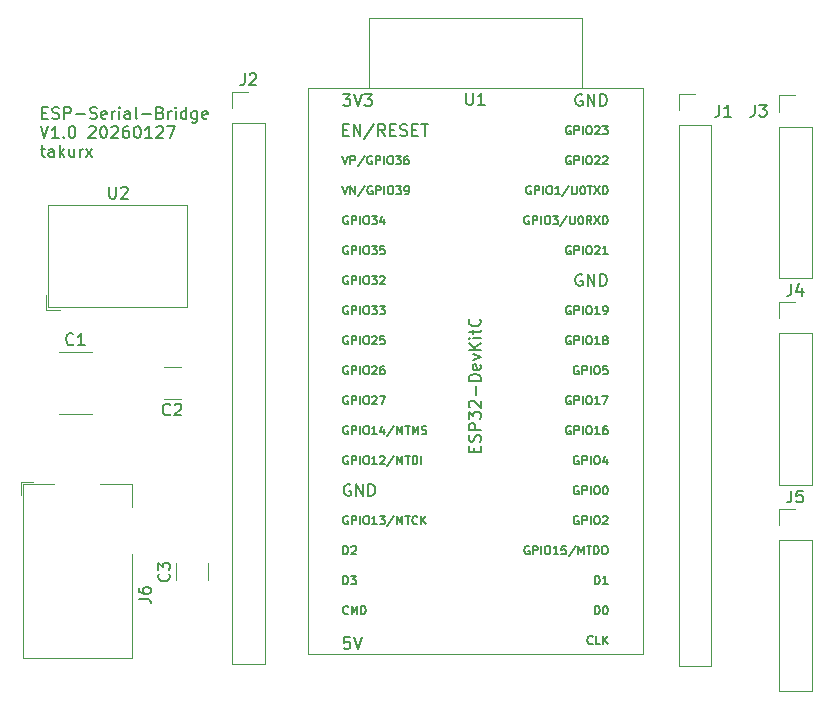
<source format=gbr>
%TF.GenerationSoftware,KiCad,Pcbnew,9.0.5*%
%TF.CreationDate,2026-01-27T18:20:27+09:00*%
%TF.ProjectId,esp_serial_bridge_pcb,6573705f-7365-4726-9961-6c5f62726964,V1.0*%
%TF.SameCoordinates,Original*%
%TF.FileFunction,Legend,Top*%
%TF.FilePolarity,Positive*%
%FSLAX46Y46*%
G04 Gerber Fmt 4.6, Leading zero omitted, Abs format (unit mm)*
G04 Created by KiCad (PCBNEW 9.0.5) date 2026-01-27 18:20:27*
%MOMM*%
%LPD*%
G01*
G04 APERTURE LIST*
%ADD10C,0.150000*%
%ADD11C,0.120000*%
G04 APERTURE END LIST*
D10*
X98336779Y-77126121D02*
X98670112Y-77126121D01*
X98812969Y-77649931D02*
X98336779Y-77649931D01*
X98336779Y-77649931D02*
X98336779Y-76649931D01*
X98336779Y-76649931D02*
X98812969Y-76649931D01*
X99193922Y-77602312D02*
X99336779Y-77649931D01*
X99336779Y-77649931D02*
X99574874Y-77649931D01*
X99574874Y-77649931D02*
X99670112Y-77602312D01*
X99670112Y-77602312D02*
X99717731Y-77554692D01*
X99717731Y-77554692D02*
X99765350Y-77459454D01*
X99765350Y-77459454D02*
X99765350Y-77364216D01*
X99765350Y-77364216D02*
X99717731Y-77268978D01*
X99717731Y-77268978D02*
X99670112Y-77221359D01*
X99670112Y-77221359D02*
X99574874Y-77173740D01*
X99574874Y-77173740D02*
X99384398Y-77126121D01*
X99384398Y-77126121D02*
X99289160Y-77078502D01*
X99289160Y-77078502D02*
X99241541Y-77030883D01*
X99241541Y-77030883D02*
X99193922Y-76935645D01*
X99193922Y-76935645D02*
X99193922Y-76840407D01*
X99193922Y-76840407D02*
X99241541Y-76745169D01*
X99241541Y-76745169D02*
X99289160Y-76697550D01*
X99289160Y-76697550D02*
X99384398Y-76649931D01*
X99384398Y-76649931D02*
X99622493Y-76649931D01*
X99622493Y-76649931D02*
X99765350Y-76697550D01*
X100193922Y-77649931D02*
X100193922Y-76649931D01*
X100193922Y-76649931D02*
X100574874Y-76649931D01*
X100574874Y-76649931D02*
X100670112Y-76697550D01*
X100670112Y-76697550D02*
X100717731Y-76745169D01*
X100717731Y-76745169D02*
X100765350Y-76840407D01*
X100765350Y-76840407D02*
X100765350Y-76983264D01*
X100765350Y-76983264D02*
X100717731Y-77078502D01*
X100717731Y-77078502D02*
X100670112Y-77126121D01*
X100670112Y-77126121D02*
X100574874Y-77173740D01*
X100574874Y-77173740D02*
X100193922Y-77173740D01*
X101193922Y-77268978D02*
X101955827Y-77268978D01*
X102384398Y-77602312D02*
X102527255Y-77649931D01*
X102527255Y-77649931D02*
X102765350Y-77649931D01*
X102765350Y-77649931D02*
X102860588Y-77602312D01*
X102860588Y-77602312D02*
X102908207Y-77554692D01*
X102908207Y-77554692D02*
X102955826Y-77459454D01*
X102955826Y-77459454D02*
X102955826Y-77364216D01*
X102955826Y-77364216D02*
X102908207Y-77268978D01*
X102908207Y-77268978D02*
X102860588Y-77221359D01*
X102860588Y-77221359D02*
X102765350Y-77173740D01*
X102765350Y-77173740D02*
X102574874Y-77126121D01*
X102574874Y-77126121D02*
X102479636Y-77078502D01*
X102479636Y-77078502D02*
X102432017Y-77030883D01*
X102432017Y-77030883D02*
X102384398Y-76935645D01*
X102384398Y-76935645D02*
X102384398Y-76840407D01*
X102384398Y-76840407D02*
X102432017Y-76745169D01*
X102432017Y-76745169D02*
X102479636Y-76697550D01*
X102479636Y-76697550D02*
X102574874Y-76649931D01*
X102574874Y-76649931D02*
X102812969Y-76649931D01*
X102812969Y-76649931D02*
X102955826Y-76697550D01*
X103765350Y-77602312D02*
X103670112Y-77649931D01*
X103670112Y-77649931D02*
X103479636Y-77649931D01*
X103479636Y-77649931D02*
X103384398Y-77602312D01*
X103384398Y-77602312D02*
X103336779Y-77507073D01*
X103336779Y-77507073D02*
X103336779Y-77126121D01*
X103336779Y-77126121D02*
X103384398Y-77030883D01*
X103384398Y-77030883D02*
X103479636Y-76983264D01*
X103479636Y-76983264D02*
X103670112Y-76983264D01*
X103670112Y-76983264D02*
X103765350Y-77030883D01*
X103765350Y-77030883D02*
X103812969Y-77126121D01*
X103812969Y-77126121D02*
X103812969Y-77221359D01*
X103812969Y-77221359D02*
X103336779Y-77316597D01*
X104241541Y-77649931D02*
X104241541Y-76983264D01*
X104241541Y-77173740D02*
X104289160Y-77078502D01*
X104289160Y-77078502D02*
X104336779Y-77030883D01*
X104336779Y-77030883D02*
X104432017Y-76983264D01*
X104432017Y-76983264D02*
X104527255Y-76983264D01*
X104860589Y-77649931D02*
X104860589Y-76983264D01*
X104860589Y-76649931D02*
X104812970Y-76697550D01*
X104812970Y-76697550D02*
X104860589Y-76745169D01*
X104860589Y-76745169D02*
X104908208Y-76697550D01*
X104908208Y-76697550D02*
X104860589Y-76649931D01*
X104860589Y-76649931D02*
X104860589Y-76745169D01*
X105765350Y-77649931D02*
X105765350Y-77126121D01*
X105765350Y-77126121D02*
X105717731Y-77030883D01*
X105717731Y-77030883D02*
X105622493Y-76983264D01*
X105622493Y-76983264D02*
X105432017Y-76983264D01*
X105432017Y-76983264D02*
X105336779Y-77030883D01*
X105765350Y-77602312D02*
X105670112Y-77649931D01*
X105670112Y-77649931D02*
X105432017Y-77649931D01*
X105432017Y-77649931D02*
X105336779Y-77602312D01*
X105336779Y-77602312D02*
X105289160Y-77507073D01*
X105289160Y-77507073D02*
X105289160Y-77411835D01*
X105289160Y-77411835D02*
X105336779Y-77316597D01*
X105336779Y-77316597D02*
X105432017Y-77268978D01*
X105432017Y-77268978D02*
X105670112Y-77268978D01*
X105670112Y-77268978D02*
X105765350Y-77221359D01*
X106384398Y-77649931D02*
X106289160Y-77602312D01*
X106289160Y-77602312D02*
X106241541Y-77507073D01*
X106241541Y-77507073D02*
X106241541Y-76649931D01*
X106765351Y-77268978D02*
X107527256Y-77268978D01*
X108336779Y-77126121D02*
X108479636Y-77173740D01*
X108479636Y-77173740D02*
X108527255Y-77221359D01*
X108527255Y-77221359D02*
X108574874Y-77316597D01*
X108574874Y-77316597D02*
X108574874Y-77459454D01*
X108574874Y-77459454D02*
X108527255Y-77554692D01*
X108527255Y-77554692D02*
X108479636Y-77602312D01*
X108479636Y-77602312D02*
X108384398Y-77649931D01*
X108384398Y-77649931D02*
X108003446Y-77649931D01*
X108003446Y-77649931D02*
X108003446Y-76649931D01*
X108003446Y-76649931D02*
X108336779Y-76649931D01*
X108336779Y-76649931D02*
X108432017Y-76697550D01*
X108432017Y-76697550D02*
X108479636Y-76745169D01*
X108479636Y-76745169D02*
X108527255Y-76840407D01*
X108527255Y-76840407D02*
X108527255Y-76935645D01*
X108527255Y-76935645D02*
X108479636Y-77030883D01*
X108479636Y-77030883D02*
X108432017Y-77078502D01*
X108432017Y-77078502D02*
X108336779Y-77126121D01*
X108336779Y-77126121D02*
X108003446Y-77126121D01*
X109003446Y-77649931D02*
X109003446Y-76983264D01*
X109003446Y-77173740D02*
X109051065Y-77078502D01*
X109051065Y-77078502D02*
X109098684Y-77030883D01*
X109098684Y-77030883D02*
X109193922Y-76983264D01*
X109193922Y-76983264D02*
X109289160Y-76983264D01*
X109622494Y-77649931D02*
X109622494Y-76983264D01*
X109622494Y-76649931D02*
X109574875Y-76697550D01*
X109574875Y-76697550D02*
X109622494Y-76745169D01*
X109622494Y-76745169D02*
X109670113Y-76697550D01*
X109670113Y-76697550D02*
X109622494Y-76649931D01*
X109622494Y-76649931D02*
X109622494Y-76745169D01*
X110527255Y-77649931D02*
X110527255Y-76649931D01*
X110527255Y-77602312D02*
X110432017Y-77649931D01*
X110432017Y-77649931D02*
X110241541Y-77649931D01*
X110241541Y-77649931D02*
X110146303Y-77602312D01*
X110146303Y-77602312D02*
X110098684Y-77554692D01*
X110098684Y-77554692D02*
X110051065Y-77459454D01*
X110051065Y-77459454D02*
X110051065Y-77173740D01*
X110051065Y-77173740D02*
X110098684Y-77078502D01*
X110098684Y-77078502D02*
X110146303Y-77030883D01*
X110146303Y-77030883D02*
X110241541Y-76983264D01*
X110241541Y-76983264D02*
X110432017Y-76983264D01*
X110432017Y-76983264D02*
X110527255Y-77030883D01*
X111432017Y-76983264D02*
X111432017Y-77792788D01*
X111432017Y-77792788D02*
X111384398Y-77888026D01*
X111384398Y-77888026D02*
X111336779Y-77935645D01*
X111336779Y-77935645D02*
X111241541Y-77983264D01*
X111241541Y-77983264D02*
X111098684Y-77983264D01*
X111098684Y-77983264D02*
X111003446Y-77935645D01*
X111432017Y-77602312D02*
X111336779Y-77649931D01*
X111336779Y-77649931D02*
X111146303Y-77649931D01*
X111146303Y-77649931D02*
X111051065Y-77602312D01*
X111051065Y-77602312D02*
X111003446Y-77554692D01*
X111003446Y-77554692D02*
X110955827Y-77459454D01*
X110955827Y-77459454D02*
X110955827Y-77173740D01*
X110955827Y-77173740D02*
X111003446Y-77078502D01*
X111003446Y-77078502D02*
X111051065Y-77030883D01*
X111051065Y-77030883D02*
X111146303Y-76983264D01*
X111146303Y-76983264D02*
X111336779Y-76983264D01*
X111336779Y-76983264D02*
X111432017Y-77030883D01*
X112289160Y-77602312D02*
X112193922Y-77649931D01*
X112193922Y-77649931D02*
X112003446Y-77649931D01*
X112003446Y-77649931D02*
X111908208Y-77602312D01*
X111908208Y-77602312D02*
X111860589Y-77507073D01*
X111860589Y-77507073D02*
X111860589Y-77126121D01*
X111860589Y-77126121D02*
X111908208Y-77030883D01*
X111908208Y-77030883D02*
X112003446Y-76983264D01*
X112003446Y-76983264D02*
X112193922Y-76983264D01*
X112193922Y-76983264D02*
X112289160Y-77030883D01*
X112289160Y-77030883D02*
X112336779Y-77126121D01*
X112336779Y-77126121D02*
X112336779Y-77221359D01*
X112336779Y-77221359D02*
X111860589Y-77316597D01*
X98193922Y-78259875D02*
X98527255Y-79259875D01*
X98527255Y-79259875D02*
X98860588Y-78259875D01*
X99717731Y-79259875D02*
X99146303Y-79259875D01*
X99432017Y-79259875D02*
X99432017Y-78259875D01*
X99432017Y-78259875D02*
X99336779Y-78402732D01*
X99336779Y-78402732D02*
X99241541Y-78497970D01*
X99241541Y-78497970D02*
X99146303Y-78545589D01*
X100146303Y-79164636D02*
X100193922Y-79212256D01*
X100193922Y-79212256D02*
X100146303Y-79259875D01*
X100146303Y-79259875D02*
X100098684Y-79212256D01*
X100098684Y-79212256D02*
X100146303Y-79164636D01*
X100146303Y-79164636D02*
X100146303Y-79259875D01*
X100812969Y-78259875D02*
X100908207Y-78259875D01*
X100908207Y-78259875D02*
X101003445Y-78307494D01*
X101003445Y-78307494D02*
X101051064Y-78355113D01*
X101051064Y-78355113D02*
X101098683Y-78450351D01*
X101098683Y-78450351D02*
X101146302Y-78640827D01*
X101146302Y-78640827D02*
X101146302Y-78878922D01*
X101146302Y-78878922D02*
X101098683Y-79069398D01*
X101098683Y-79069398D02*
X101051064Y-79164636D01*
X101051064Y-79164636D02*
X101003445Y-79212256D01*
X101003445Y-79212256D02*
X100908207Y-79259875D01*
X100908207Y-79259875D02*
X100812969Y-79259875D01*
X100812969Y-79259875D02*
X100717731Y-79212256D01*
X100717731Y-79212256D02*
X100670112Y-79164636D01*
X100670112Y-79164636D02*
X100622493Y-79069398D01*
X100622493Y-79069398D02*
X100574874Y-78878922D01*
X100574874Y-78878922D02*
X100574874Y-78640827D01*
X100574874Y-78640827D02*
X100622493Y-78450351D01*
X100622493Y-78450351D02*
X100670112Y-78355113D01*
X100670112Y-78355113D02*
X100717731Y-78307494D01*
X100717731Y-78307494D02*
X100812969Y-78259875D01*
X102289160Y-78355113D02*
X102336779Y-78307494D01*
X102336779Y-78307494D02*
X102432017Y-78259875D01*
X102432017Y-78259875D02*
X102670112Y-78259875D01*
X102670112Y-78259875D02*
X102765350Y-78307494D01*
X102765350Y-78307494D02*
X102812969Y-78355113D01*
X102812969Y-78355113D02*
X102860588Y-78450351D01*
X102860588Y-78450351D02*
X102860588Y-78545589D01*
X102860588Y-78545589D02*
X102812969Y-78688446D01*
X102812969Y-78688446D02*
X102241541Y-79259875D01*
X102241541Y-79259875D02*
X102860588Y-79259875D01*
X103479636Y-78259875D02*
X103574874Y-78259875D01*
X103574874Y-78259875D02*
X103670112Y-78307494D01*
X103670112Y-78307494D02*
X103717731Y-78355113D01*
X103717731Y-78355113D02*
X103765350Y-78450351D01*
X103765350Y-78450351D02*
X103812969Y-78640827D01*
X103812969Y-78640827D02*
X103812969Y-78878922D01*
X103812969Y-78878922D02*
X103765350Y-79069398D01*
X103765350Y-79069398D02*
X103717731Y-79164636D01*
X103717731Y-79164636D02*
X103670112Y-79212256D01*
X103670112Y-79212256D02*
X103574874Y-79259875D01*
X103574874Y-79259875D02*
X103479636Y-79259875D01*
X103479636Y-79259875D02*
X103384398Y-79212256D01*
X103384398Y-79212256D02*
X103336779Y-79164636D01*
X103336779Y-79164636D02*
X103289160Y-79069398D01*
X103289160Y-79069398D02*
X103241541Y-78878922D01*
X103241541Y-78878922D02*
X103241541Y-78640827D01*
X103241541Y-78640827D02*
X103289160Y-78450351D01*
X103289160Y-78450351D02*
X103336779Y-78355113D01*
X103336779Y-78355113D02*
X103384398Y-78307494D01*
X103384398Y-78307494D02*
X103479636Y-78259875D01*
X104193922Y-78355113D02*
X104241541Y-78307494D01*
X104241541Y-78307494D02*
X104336779Y-78259875D01*
X104336779Y-78259875D02*
X104574874Y-78259875D01*
X104574874Y-78259875D02*
X104670112Y-78307494D01*
X104670112Y-78307494D02*
X104717731Y-78355113D01*
X104717731Y-78355113D02*
X104765350Y-78450351D01*
X104765350Y-78450351D02*
X104765350Y-78545589D01*
X104765350Y-78545589D02*
X104717731Y-78688446D01*
X104717731Y-78688446D02*
X104146303Y-79259875D01*
X104146303Y-79259875D02*
X104765350Y-79259875D01*
X105622493Y-78259875D02*
X105432017Y-78259875D01*
X105432017Y-78259875D02*
X105336779Y-78307494D01*
X105336779Y-78307494D02*
X105289160Y-78355113D01*
X105289160Y-78355113D02*
X105193922Y-78497970D01*
X105193922Y-78497970D02*
X105146303Y-78688446D01*
X105146303Y-78688446D02*
X105146303Y-79069398D01*
X105146303Y-79069398D02*
X105193922Y-79164636D01*
X105193922Y-79164636D02*
X105241541Y-79212256D01*
X105241541Y-79212256D02*
X105336779Y-79259875D01*
X105336779Y-79259875D02*
X105527255Y-79259875D01*
X105527255Y-79259875D02*
X105622493Y-79212256D01*
X105622493Y-79212256D02*
X105670112Y-79164636D01*
X105670112Y-79164636D02*
X105717731Y-79069398D01*
X105717731Y-79069398D02*
X105717731Y-78831303D01*
X105717731Y-78831303D02*
X105670112Y-78736065D01*
X105670112Y-78736065D02*
X105622493Y-78688446D01*
X105622493Y-78688446D02*
X105527255Y-78640827D01*
X105527255Y-78640827D02*
X105336779Y-78640827D01*
X105336779Y-78640827D02*
X105241541Y-78688446D01*
X105241541Y-78688446D02*
X105193922Y-78736065D01*
X105193922Y-78736065D02*
X105146303Y-78831303D01*
X106336779Y-78259875D02*
X106432017Y-78259875D01*
X106432017Y-78259875D02*
X106527255Y-78307494D01*
X106527255Y-78307494D02*
X106574874Y-78355113D01*
X106574874Y-78355113D02*
X106622493Y-78450351D01*
X106622493Y-78450351D02*
X106670112Y-78640827D01*
X106670112Y-78640827D02*
X106670112Y-78878922D01*
X106670112Y-78878922D02*
X106622493Y-79069398D01*
X106622493Y-79069398D02*
X106574874Y-79164636D01*
X106574874Y-79164636D02*
X106527255Y-79212256D01*
X106527255Y-79212256D02*
X106432017Y-79259875D01*
X106432017Y-79259875D02*
X106336779Y-79259875D01*
X106336779Y-79259875D02*
X106241541Y-79212256D01*
X106241541Y-79212256D02*
X106193922Y-79164636D01*
X106193922Y-79164636D02*
X106146303Y-79069398D01*
X106146303Y-79069398D02*
X106098684Y-78878922D01*
X106098684Y-78878922D02*
X106098684Y-78640827D01*
X106098684Y-78640827D02*
X106146303Y-78450351D01*
X106146303Y-78450351D02*
X106193922Y-78355113D01*
X106193922Y-78355113D02*
X106241541Y-78307494D01*
X106241541Y-78307494D02*
X106336779Y-78259875D01*
X107622493Y-79259875D02*
X107051065Y-79259875D01*
X107336779Y-79259875D02*
X107336779Y-78259875D01*
X107336779Y-78259875D02*
X107241541Y-78402732D01*
X107241541Y-78402732D02*
X107146303Y-78497970D01*
X107146303Y-78497970D02*
X107051065Y-78545589D01*
X108003446Y-78355113D02*
X108051065Y-78307494D01*
X108051065Y-78307494D02*
X108146303Y-78259875D01*
X108146303Y-78259875D02*
X108384398Y-78259875D01*
X108384398Y-78259875D02*
X108479636Y-78307494D01*
X108479636Y-78307494D02*
X108527255Y-78355113D01*
X108527255Y-78355113D02*
X108574874Y-78450351D01*
X108574874Y-78450351D02*
X108574874Y-78545589D01*
X108574874Y-78545589D02*
X108527255Y-78688446D01*
X108527255Y-78688446D02*
X107955827Y-79259875D01*
X107955827Y-79259875D02*
X108574874Y-79259875D01*
X108908208Y-78259875D02*
X109574874Y-78259875D01*
X109574874Y-78259875D02*
X109146303Y-79259875D01*
X98193922Y-80203152D02*
X98574874Y-80203152D01*
X98336779Y-79869819D02*
X98336779Y-80726961D01*
X98336779Y-80726961D02*
X98384398Y-80822200D01*
X98384398Y-80822200D02*
X98479636Y-80869819D01*
X98479636Y-80869819D02*
X98574874Y-80869819D01*
X99336779Y-80869819D02*
X99336779Y-80346009D01*
X99336779Y-80346009D02*
X99289160Y-80250771D01*
X99289160Y-80250771D02*
X99193922Y-80203152D01*
X99193922Y-80203152D02*
X99003446Y-80203152D01*
X99003446Y-80203152D02*
X98908208Y-80250771D01*
X99336779Y-80822200D02*
X99241541Y-80869819D01*
X99241541Y-80869819D02*
X99003446Y-80869819D01*
X99003446Y-80869819D02*
X98908208Y-80822200D01*
X98908208Y-80822200D02*
X98860589Y-80726961D01*
X98860589Y-80726961D02*
X98860589Y-80631723D01*
X98860589Y-80631723D02*
X98908208Y-80536485D01*
X98908208Y-80536485D02*
X99003446Y-80488866D01*
X99003446Y-80488866D02*
X99241541Y-80488866D01*
X99241541Y-80488866D02*
X99336779Y-80441247D01*
X99812970Y-80869819D02*
X99812970Y-79869819D01*
X99908208Y-80488866D02*
X100193922Y-80869819D01*
X100193922Y-80203152D02*
X99812970Y-80584104D01*
X101051065Y-80203152D02*
X101051065Y-80869819D01*
X100622494Y-80203152D02*
X100622494Y-80726961D01*
X100622494Y-80726961D02*
X100670113Y-80822200D01*
X100670113Y-80822200D02*
X100765351Y-80869819D01*
X100765351Y-80869819D02*
X100908208Y-80869819D01*
X100908208Y-80869819D02*
X101003446Y-80822200D01*
X101003446Y-80822200D02*
X101051065Y-80774580D01*
X101527256Y-80869819D02*
X101527256Y-80203152D01*
X101527256Y-80393628D02*
X101574875Y-80298390D01*
X101574875Y-80298390D02*
X101622494Y-80250771D01*
X101622494Y-80250771D02*
X101717732Y-80203152D01*
X101717732Y-80203152D02*
X101812970Y-80203152D01*
X102051066Y-80869819D02*
X102574875Y-80203152D01*
X102051066Y-80203152D02*
X102574875Y-80869819D01*
X104013095Y-83394819D02*
X104013095Y-84204342D01*
X104013095Y-84204342D02*
X104060714Y-84299580D01*
X104060714Y-84299580D02*
X104108333Y-84347200D01*
X104108333Y-84347200D02*
X104203571Y-84394819D01*
X104203571Y-84394819D02*
X104394047Y-84394819D01*
X104394047Y-84394819D02*
X104489285Y-84347200D01*
X104489285Y-84347200D02*
X104536904Y-84299580D01*
X104536904Y-84299580D02*
X104584523Y-84204342D01*
X104584523Y-84204342D02*
X104584523Y-83394819D01*
X105013095Y-83490057D02*
X105060714Y-83442438D01*
X105060714Y-83442438D02*
X105155952Y-83394819D01*
X105155952Y-83394819D02*
X105394047Y-83394819D01*
X105394047Y-83394819D02*
X105489285Y-83442438D01*
X105489285Y-83442438D02*
X105536904Y-83490057D01*
X105536904Y-83490057D02*
X105584523Y-83585295D01*
X105584523Y-83585295D02*
X105584523Y-83680533D01*
X105584523Y-83680533D02*
X105536904Y-83823390D01*
X105536904Y-83823390D02*
X104965476Y-84394819D01*
X104965476Y-84394819D02*
X105584523Y-84394819D01*
X134238095Y-75454819D02*
X134238095Y-76264342D01*
X134238095Y-76264342D02*
X134285714Y-76359580D01*
X134285714Y-76359580D02*
X134333333Y-76407200D01*
X134333333Y-76407200D02*
X134428571Y-76454819D01*
X134428571Y-76454819D02*
X134619047Y-76454819D01*
X134619047Y-76454819D02*
X134714285Y-76407200D01*
X134714285Y-76407200D02*
X134761904Y-76359580D01*
X134761904Y-76359580D02*
X134809523Y-76264342D01*
X134809523Y-76264342D02*
X134809523Y-75454819D01*
X135809523Y-76454819D02*
X135238095Y-76454819D01*
X135523809Y-76454819D02*
X135523809Y-75454819D01*
X135523809Y-75454819D02*
X135428571Y-75597676D01*
X135428571Y-75597676D02*
X135333333Y-75692914D01*
X135333333Y-75692914D02*
X135238095Y-75740533D01*
X134931009Y-105825237D02*
X134931009Y-105491904D01*
X135454819Y-105349047D02*
X135454819Y-105825237D01*
X135454819Y-105825237D02*
X134454819Y-105825237D01*
X134454819Y-105825237D02*
X134454819Y-105349047D01*
X135407200Y-104968094D02*
X135454819Y-104825237D01*
X135454819Y-104825237D02*
X135454819Y-104587142D01*
X135454819Y-104587142D02*
X135407200Y-104491904D01*
X135407200Y-104491904D02*
X135359580Y-104444285D01*
X135359580Y-104444285D02*
X135264342Y-104396666D01*
X135264342Y-104396666D02*
X135169104Y-104396666D01*
X135169104Y-104396666D02*
X135073866Y-104444285D01*
X135073866Y-104444285D02*
X135026247Y-104491904D01*
X135026247Y-104491904D02*
X134978628Y-104587142D01*
X134978628Y-104587142D02*
X134931009Y-104777618D01*
X134931009Y-104777618D02*
X134883390Y-104872856D01*
X134883390Y-104872856D02*
X134835771Y-104920475D01*
X134835771Y-104920475D02*
X134740533Y-104968094D01*
X134740533Y-104968094D02*
X134645295Y-104968094D01*
X134645295Y-104968094D02*
X134550057Y-104920475D01*
X134550057Y-104920475D02*
X134502438Y-104872856D01*
X134502438Y-104872856D02*
X134454819Y-104777618D01*
X134454819Y-104777618D02*
X134454819Y-104539523D01*
X134454819Y-104539523D02*
X134502438Y-104396666D01*
X135454819Y-103968094D02*
X134454819Y-103968094D01*
X134454819Y-103968094D02*
X134454819Y-103587142D01*
X134454819Y-103587142D02*
X134502438Y-103491904D01*
X134502438Y-103491904D02*
X134550057Y-103444285D01*
X134550057Y-103444285D02*
X134645295Y-103396666D01*
X134645295Y-103396666D02*
X134788152Y-103396666D01*
X134788152Y-103396666D02*
X134883390Y-103444285D01*
X134883390Y-103444285D02*
X134931009Y-103491904D01*
X134931009Y-103491904D02*
X134978628Y-103587142D01*
X134978628Y-103587142D02*
X134978628Y-103968094D01*
X134454819Y-103063332D02*
X134454819Y-102444285D01*
X134454819Y-102444285D02*
X134835771Y-102777618D01*
X134835771Y-102777618D02*
X134835771Y-102634761D01*
X134835771Y-102634761D02*
X134883390Y-102539523D01*
X134883390Y-102539523D02*
X134931009Y-102491904D01*
X134931009Y-102491904D02*
X135026247Y-102444285D01*
X135026247Y-102444285D02*
X135264342Y-102444285D01*
X135264342Y-102444285D02*
X135359580Y-102491904D01*
X135359580Y-102491904D02*
X135407200Y-102539523D01*
X135407200Y-102539523D02*
X135454819Y-102634761D01*
X135454819Y-102634761D02*
X135454819Y-102920475D01*
X135454819Y-102920475D02*
X135407200Y-103015713D01*
X135407200Y-103015713D02*
X135359580Y-103063332D01*
X134550057Y-102063332D02*
X134502438Y-102015713D01*
X134502438Y-102015713D02*
X134454819Y-101920475D01*
X134454819Y-101920475D02*
X134454819Y-101682380D01*
X134454819Y-101682380D02*
X134502438Y-101587142D01*
X134502438Y-101587142D02*
X134550057Y-101539523D01*
X134550057Y-101539523D02*
X134645295Y-101491904D01*
X134645295Y-101491904D02*
X134740533Y-101491904D01*
X134740533Y-101491904D02*
X134883390Y-101539523D01*
X134883390Y-101539523D02*
X135454819Y-102110951D01*
X135454819Y-102110951D02*
X135454819Y-101491904D01*
X135073866Y-101063332D02*
X135073866Y-100301428D01*
X135454819Y-99825237D02*
X134454819Y-99825237D01*
X134454819Y-99825237D02*
X134454819Y-99587142D01*
X134454819Y-99587142D02*
X134502438Y-99444285D01*
X134502438Y-99444285D02*
X134597676Y-99349047D01*
X134597676Y-99349047D02*
X134692914Y-99301428D01*
X134692914Y-99301428D02*
X134883390Y-99253809D01*
X134883390Y-99253809D02*
X135026247Y-99253809D01*
X135026247Y-99253809D02*
X135216723Y-99301428D01*
X135216723Y-99301428D02*
X135311961Y-99349047D01*
X135311961Y-99349047D02*
X135407200Y-99444285D01*
X135407200Y-99444285D02*
X135454819Y-99587142D01*
X135454819Y-99587142D02*
X135454819Y-99825237D01*
X135407200Y-98444285D02*
X135454819Y-98539523D01*
X135454819Y-98539523D02*
X135454819Y-98729999D01*
X135454819Y-98729999D02*
X135407200Y-98825237D01*
X135407200Y-98825237D02*
X135311961Y-98872856D01*
X135311961Y-98872856D02*
X134931009Y-98872856D01*
X134931009Y-98872856D02*
X134835771Y-98825237D01*
X134835771Y-98825237D02*
X134788152Y-98729999D01*
X134788152Y-98729999D02*
X134788152Y-98539523D01*
X134788152Y-98539523D02*
X134835771Y-98444285D01*
X134835771Y-98444285D02*
X134931009Y-98396666D01*
X134931009Y-98396666D02*
X135026247Y-98396666D01*
X135026247Y-98396666D02*
X135121485Y-98872856D01*
X134788152Y-98063332D02*
X135454819Y-97825237D01*
X135454819Y-97825237D02*
X134788152Y-97587142D01*
X135454819Y-97206189D02*
X134454819Y-97206189D01*
X135454819Y-96634761D02*
X134883390Y-97063332D01*
X134454819Y-96634761D02*
X135026247Y-97206189D01*
X135454819Y-96206189D02*
X134788152Y-96206189D01*
X134454819Y-96206189D02*
X134502438Y-96253808D01*
X134502438Y-96253808D02*
X134550057Y-96206189D01*
X134550057Y-96206189D02*
X134502438Y-96158570D01*
X134502438Y-96158570D02*
X134454819Y-96206189D01*
X134454819Y-96206189D02*
X134550057Y-96206189D01*
X134788152Y-95872856D02*
X134788152Y-95491904D01*
X134454819Y-95729999D02*
X135311961Y-95729999D01*
X135311961Y-95729999D02*
X135407200Y-95682380D01*
X135407200Y-95682380D02*
X135454819Y-95587142D01*
X135454819Y-95587142D02*
X135454819Y-95491904D01*
X135359580Y-94587142D02*
X135407200Y-94634761D01*
X135407200Y-94634761D02*
X135454819Y-94777618D01*
X135454819Y-94777618D02*
X135454819Y-94872856D01*
X135454819Y-94872856D02*
X135407200Y-95015713D01*
X135407200Y-95015713D02*
X135311961Y-95110951D01*
X135311961Y-95110951D02*
X135216723Y-95158570D01*
X135216723Y-95158570D02*
X135026247Y-95206189D01*
X135026247Y-95206189D02*
X134883390Y-95206189D01*
X134883390Y-95206189D02*
X134692914Y-95158570D01*
X134692914Y-95158570D02*
X134597676Y-95110951D01*
X134597676Y-95110951D02*
X134502438Y-95015713D01*
X134502438Y-95015713D02*
X134454819Y-94872856D01*
X134454819Y-94872856D02*
X134454819Y-94777618D01*
X134454819Y-94777618D02*
X134502438Y-94634761D01*
X134502438Y-94634761D02*
X134550057Y-94587142D01*
X143731316Y-108769366D02*
X143664649Y-108736033D01*
X143664649Y-108736033D02*
X143564649Y-108736033D01*
X143564649Y-108736033D02*
X143464649Y-108769366D01*
X143464649Y-108769366D02*
X143397983Y-108836033D01*
X143397983Y-108836033D02*
X143364649Y-108902700D01*
X143364649Y-108902700D02*
X143331316Y-109036033D01*
X143331316Y-109036033D02*
X143331316Y-109136033D01*
X143331316Y-109136033D02*
X143364649Y-109269366D01*
X143364649Y-109269366D02*
X143397983Y-109336033D01*
X143397983Y-109336033D02*
X143464649Y-109402700D01*
X143464649Y-109402700D02*
X143564649Y-109436033D01*
X143564649Y-109436033D02*
X143631316Y-109436033D01*
X143631316Y-109436033D02*
X143731316Y-109402700D01*
X143731316Y-109402700D02*
X143764649Y-109369366D01*
X143764649Y-109369366D02*
X143764649Y-109136033D01*
X143764649Y-109136033D02*
X143631316Y-109136033D01*
X144064649Y-109436033D02*
X144064649Y-108736033D01*
X144064649Y-108736033D02*
X144331316Y-108736033D01*
X144331316Y-108736033D02*
X144397983Y-108769366D01*
X144397983Y-108769366D02*
X144431316Y-108802700D01*
X144431316Y-108802700D02*
X144464649Y-108869366D01*
X144464649Y-108869366D02*
X144464649Y-108969366D01*
X144464649Y-108969366D02*
X144431316Y-109036033D01*
X144431316Y-109036033D02*
X144397983Y-109069366D01*
X144397983Y-109069366D02*
X144331316Y-109102700D01*
X144331316Y-109102700D02*
X144064649Y-109102700D01*
X144764649Y-109436033D02*
X144764649Y-108736033D01*
X145231316Y-108736033D02*
X145364649Y-108736033D01*
X145364649Y-108736033D02*
X145431316Y-108769366D01*
X145431316Y-108769366D02*
X145497982Y-108836033D01*
X145497982Y-108836033D02*
X145531316Y-108969366D01*
X145531316Y-108969366D02*
X145531316Y-109202700D01*
X145531316Y-109202700D02*
X145497982Y-109336033D01*
X145497982Y-109336033D02*
X145431316Y-109402700D01*
X145431316Y-109402700D02*
X145364649Y-109436033D01*
X145364649Y-109436033D02*
X145231316Y-109436033D01*
X145231316Y-109436033D02*
X145164649Y-109402700D01*
X145164649Y-109402700D02*
X145097982Y-109336033D01*
X145097982Y-109336033D02*
X145064649Y-109202700D01*
X145064649Y-109202700D02*
X145064649Y-108969366D01*
X145064649Y-108969366D02*
X145097982Y-108836033D01*
X145097982Y-108836033D02*
X145164649Y-108769366D01*
X145164649Y-108769366D02*
X145231316Y-108736033D01*
X145964649Y-108736033D02*
X146031315Y-108736033D01*
X146031315Y-108736033D02*
X146097982Y-108769366D01*
X146097982Y-108769366D02*
X146131315Y-108802700D01*
X146131315Y-108802700D02*
X146164649Y-108869366D01*
X146164649Y-108869366D02*
X146197982Y-109002700D01*
X146197982Y-109002700D02*
X146197982Y-109169366D01*
X146197982Y-109169366D02*
X146164649Y-109302700D01*
X146164649Y-109302700D02*
X146131315Y-109369366D01*
X146131315Y-109369366D02*
X146097982Y-109402700D01*
X146097982Y-109402700D02*
X146031315Y-109436033D01*
X146031315Y-109436033D02*
X145964649Y-109436033D01*
X145964649Y-109436033D02*
X145897982Y-109402700D01*
X145897982Y-109402700D02*
X145864649Y-109369366D01*
X145864649Y-109369366D02*
X145831315Y-109302700D01*
X145831315Y-109302700D02*
X145797982Y-109169366D01*
X145797982Y-109169366D02*
X145797982Y-109002700D01*
X145797982Y-109002700D02*
X145831315Y-108869366D01*
X145831315Y-108869366D02*
X145864649Y-108802700D01*
X145864649Y-108802700D02*
X145897982Y-108769366D01*
X145897982Y-108769366D02*
X145964649Y-108736033D01*
X124202017Y-103689366D02*
X124135350Y-103656033D01*
X124135350Y-103656033D02*
X124035350Y-103656033D01*
X124035350Y-103656033D02*
X123935350Y-103689366D01*
X123935350Y-103689366D02*
X123868684Y-103756033D01*
X123868684Y-103756033D02*
X123835350Y-103822700D01*
X123835350Y-103822700D02*
X123802017Y-103956033D01*
X123802017Y-103956033D02*
X123802017Y-104056033D01*
X123802017Y-104056033D02*
X123835350Y-104189366D01*
X123835350Y-104189366D02*
X123868684Y-104256033D01*
X123868684Y-104256033D02*
X123935350Y-104322700D01*
X123935350Y-104322700D02*
X124035350Y-104356033D01*
X124035350Y-104356033D02*
X124102017Y-104356033D01*
X124102017Y-104356033D02*
X124202017Y-104322700D01*
X124202017Y-104322700D02*
X124235350Y-104289366D01*
X124235350Y-104289366D02*
X124235350Y-104056033D01*
X124235350Y-104056033D02*
X124102017Y-104056033D01*
X124535350Y-104356033D02*
X124535350Y-103656033D01*
X124535350Y-103656033D02*
X124802017Y-103656033D01*
X124802017Y-103656033D02*
X124868684Y-103689366D01*
X124868684Y-103689366D02*
X124902017Y-103722700D01*
X124902017Y-103722700D02*
X124935350Y-103789366D01*
X124935350Y-103789366D02*
X124935350Y-103889366D01*
X124935350Y-103889366D02*
X124902017Y-103956033D01*
X124902017Y-103956033D02*
X124868684Y-103989366D01*
X124868684Y-103989366D02*
X124802017Y-104022700D01*
X124802017Y-104022700D02*
X124535350Y-104022700D01*
X125235350Y-104356033D02*
X125235350Y-103656033D01*
X125702017Y-103656033D02*
X125835350Y-103656033D01*
X125835350Y-103656033D02*
X125902017Y-103689366D01*
X125902017Y-103689366D02*
X125968683Y-103756033D01*
X125968683Y-103756033D02*
X126002017Y-103889366D01*
X126002017Y-103889366D02*
X126002017Y-104122700D01*
X126002017Y-104122700D02*
X125968683Y-104256033D01*
X125968683Y-104256033D02*
X125902017Y-104322700D01*
X125902017Y-104322700D02*
X125835350Y-104356033D01*
X125835350Y-104356033D02*
X125702017Y-104356033D01*
X125702017Y-104356033D02*
X125635350Y-104322700D01*
X125635350Y-104322700D02*
X125568683Y-104256033D01*
X125568683Y-104256033D02*
X125535350Y-104122700D01*
X125535350Y-104122700D02*
X125535350Y-103889366D01*
X125535350Y-103889366D02*
X125568683Y-103756033D01*
X125568683Y-103756033D02*
X125635350Y-103689366D01*
X125635350Y-103689366D02*
X125702017Y-103656033D01*
X126668683Y-104356033D02*
X126268683Y-104356033D01*
X126468683Y-104356033D02*
X126468683Y-103656033D01*
X126468683Y-103656033D02*
X126402016Y-103756033D01*
X126402016Y-103756033D02*
X126335350Y-103822700D01*
X126335350Y-103822700D02*
X126268683Y-103856033D01*
X127268683Y-103889366D02*
X127268683Y-104356033D01*
X127102017Y-103622700D02*
X126935350Y-104122700D01*
X126935350Y-104122700D02*
X127368683Y-104122700D01*
X128135350Y-103622700D02*
X127535350Y-104522700D01*
X128368683Y-104356033D02*
X128368683Y-103656033D01*
X128368683Y-103656033D02*
X128602017Y-104156033D01*
X128602017Y-104156033D02*
X128835350Y-103656033D01*
X128835350Y-103656033D02*
X128835350Y-104356033D01*
X129068683Y-103656033D02*
X129468683Y-103656033D01*
X129268683Y-104356033D02*
X129268683Y-103656033D01*
X129702016Y-104356033D02*
X129702016Y-103656033D01*
X129702016Y-103656033D02*
X129935350Y-104156033D01*
X129935350Y-104156033D02*
X130168683Y-103656033D01*
X130168683Y-103656033D02*
X130168683Y-104356033D01*
X130468683Y-104322700D02*
X130568683Y-104356033D01*
X130568683Y-104356033D02*
X130735350Y-104356033D01*
X130735350Y-104356033D02*
X130802016Y-104322700D01*
X130802016Y-104322700D02*
X130835350Y-104289366D01*
X130835350Y-104289366D02*
X130868683Y-104222700D01*
X130868683Y-104222700D02*
X130868683Y-104156033D01*
X130868683Y-104156033D02*
X130835350Y-104089366D01*
X130835350Y-104089366D02*
X130802016Y-104056033D01*
X130802016Y-104056033D02*
X130735350Y-104022700D01*
X130735350Y-104022700D02*
X130602016Y-103989366D01*
X130602016Y-103989366D02*
X130535350Y-103956033D01*
X130535350Y-103956033D02*
X130502016Y-103922700D01*
X130502016Y-103922700D02*
X130468683Y-103856033D01*
X130468683Y-103856033D02*
X130468683Y-103789366D01*
X130468683Y-103789366D02*
X130502016Y-103722700D01*
X130502016Y-103722700D02*
X130535350Y-103689366D01*
X130535350Y-103689366D02*
X130602016Y-103656033D01*
X130602016Y-103656033D02*
X130768683Y-103656033D01*
X130768683Y-103656033D02*
X130868683Y-103689366D01*
X143064649Y-96069366D02*
X142997982Y-96036033D01*
X142997982Y-96036033D02*
X142897982Y-96036033D01*
X142897982Y-96036033D02*
X142797982Y-96069366D01*
X142797982Y-96069366D02*
X142731316Y-96136033D01*
X142731316Y-96136033D02*
X142697982Y-96202700D01*
X142697982Y-96202700D02*
X142664649Y-96336033D01*
X142664649Y-96336033D02*
X142664649Y-96436033D01*
X142664649Y-96436033D02*
X142697982Y-96569366D01*
X142697982Y-96569366D02*
X142731316Y-96636033D01*
X142731316Y-96636033D02*
X142797982Y-96702700D01*
X142797982Y-96702700D02*
X142897982Y-96736033D01*
X142897982Y-96736033D02*
X142964649Y-96736033D01*
X142964649Y-96736033D02*
X143064649Y-96702700D01*
X143064649Y-96702700D02*
X143097982Y-96669366D01*
X143097982Y-96669366D02*
X143097982Y-96436033D01*
X143097982Y-96436033D02*
X142964649Y-96436033D01*
X143397982Y-96736033D02*
X143397982Y-96036033D01*
X143397982Y-96036033D02*
X143664649Y-96036033D01*
X143664649Y-96036033D02*
X143731316Y-96069366D01*
X143731316Y-96069366D02*
X143764649Y-96102700D01*
X143764649Y-96102700D02*
X143797982Y-96169366D01*
X143797982Y-96169366D02*
X143797982Y-96269366D01*
X143797982Y-96269366D02*
X143764649Y-96336033D01*
X143764649Y-96336033D02*
X143731316Y-96369366D01*
X143731316Y-96369366D02*
X143664649Y-96402700D01*
X143664649Y-96402700D02*
X143397982Y-96402700D01*
X144097982Y-96736033D02*
X144097982Y-96036033D01*
X144564649Y-96036033D02*
X144697982Y-96036033D01*
X144697982Y-96036033D02*
X144764649Y-96069366D01*
X144764649Y-96069366D02*
X144831315Y-96136033D01*
X144831315Y-96136033D02*
X144864649Y-96269366D01*
X144864649Y-96269366D02*
X144864649Y-96502700D01*
X144864649Y-96502700D02*
X144831315Y-96636033D01*
X144831315Y-96636033D02*
X144764649Y-96702700D01*
X144764649Y-96702700D02*
X144697982Y-96736033D01*
X144697982Y-96736033D02*
X144564649Y-96736033D01*
X144564649Y-96736033D02*
X144497982Y-96702700D01*
X144497982Y-96702700D02*
X144431315Y-96636033D01*
X144431315Y-96636033D02*
X144397982Y-96502700D01*
X144397982Y-96502700D02*
X144397982Y-96269366D01*
X144397982Y-96269366D02*
X144431315Y-96136033D01*
X144431315Y-96136033D02*
X144497982Y-96069366D01*
X144497982Y-96069366D02*
X144564649Y-96036033D01*
X145531315Y-96736033D02*
X145131315Y-96736033D01*
X145331315Y-96736033D02*
X145331315Y-96036033D01*
X145331315Y-96036033D02*
X145264648Y-96136033D01*
X145264648Y-96136033D02*
X145197982Y-96202700D01*
X145197982Y-96202700D02*
X145131315Y-96236033D01*
X145931315Y-96336033D02*
X145864649Y-96302700D01*
X145864649Y-96302700D02*
X145831315Y-96269366D01*
X145831315Y-96269366D02*
X145797982Y-96202700D01*
X145797982Y-96202700D02*
X145797982Y-96169366D01*
X145797982Y-96169366D02*
X145831315Y-96102700D01*
X145831315Y-96102700D02*
X145864649Y-96069366D01*
X145864649Y-96069366D02*
X145931315Y-96036033D01*
X145931315Y-96036033D02*
X146064649Y-96036033D01*
X146064649Y-96036033D02*
X146131315Y-96069366D01*
X146131315Y-96069366D02*
X146164649Y-96102700D01*
X146164649Y-96102700D02*
X146197982Y-96169366D01*
X146197982Y-96169366D02*
X146197982Y-96202700D01*
X146197982Y-96202700D02*
X146164649Y-96269366D01*
X146164649Y-96269366D02*
X146131315Y-96302700D01*
X146131315Y-96302700D02*
X146064649Y-96336033D01*
X146064649Y-96336033D02*
X145931315Y-96336033D01*
X145931315Y-96336033D02*
X145864649Y-96369366D01*
X145864649Y-96369366D02*
X145831315Y-96402700D01*
X145831315Y-96402700D02*
X145797982Y-96469366D01*
X145797982Y-96469366D02*
X145797982Y-96602700D01*
X145797982Y-96602700D02*
X145831315Y-96669366D01*
X145831315Y-96669366D02*
X145864649Y-96702700D01*
X145864649Y-96702700D02*
X145931315Y-96736033D01*
X145931315Y-96736033D02*
X146064649Y-96736033D01*
X146064649Y-96736033D02*
X146131315Y-96702700D01*
X146131315Y-96702700D02*
X146164649Y-96669366D01*
X146164649Y-96669366D02*
X146197982Y-96602700D01*
X146197982Y-96602700D02*
X146197982Y-96469366D01*
X146197982Y-96469366D02*
X146164649Y-96402700D01*
X146164649Y-96402700D02*
X146131315Y-96369366D01*
X146131315Y-96369366D02*
X146064649Y-96336033D01*
X124235350Y-119529366D02*
X124202017Y-119562700D01*
X124202017Y-119562700D02*
X124102017Y-119596033D01*
X124102017Y-119596033D02*
X124035350Y-119596033D01*
X124035350Y-119596033D02*
X123935350Y-119562700D01*
X123935350Y-119562700D02*
X123868684Y-119496033D01*
X123868684Y-119496033D02*
X123835350Y-119429366D01*
X123835350Y-119429366D02*
X123802017Y-119296033D01*
X123802017Y-119296033D02*
X123802017Y-119196033D01*
X123802017Y-119196033D02*
X123835350Y-119062700D01*
X123835350Y-119062700D02*
X123868684Y-118996033D01*
X123868684Y-118996033D02*
X123935350Y-118929366D01*
X123935350Y-118929366D02*
X124035350Y-118896033D01*
X124035350Y-118896033D02*
X124102017Y-118896033D01*
X124102017Y-118896033D02*
X124202017Y-118929366D01*
X124202017Y-118929366D02*
X124235350Y-118962700D01*
X124535350Y-119596033D02*
X124535350Y-118896033D01*
X124535350Y-118896033D02*
X124768684Y-119396033D01*
X124768684Y-119396033D02*
X125002017Y-118896033D01*
X125002017Y-118896033D02*
X125002017Y-119596033D01*
X125335350Y-119596033D02*
X125335350Y-118896033D01*
X125335350Y-118896033D02*
X125502017Y-118896033D01*
X125502017Y-118896033D02*
X125602017Y-118929366D01*
X125602017Y-118929366D02*
X125668684Y-118996033D01*
X125668684Y-118996033D02*
X125702017Y-119062700D01*
X125702017Y-119062700D02*
X125735350Y-119196033D01*
X125735350Y-119196033D02*
X125735350Y-119296033D01*
X125735350Y-119296033D02*
X125702017Y-119429366D01*
X125702017Y-119429366D02*
X125668684Y-119496033D01*
X125668684Y-119496033D02*
X125602017Y-119562700D01*
X125602017Y-119562700D02*
X125502017Y-119596033D01*
X125502017Y-119596033D02*
X125335350Y-119596033D01*
X124202017Y-98609366D02*
X124135350Y-98576033D01*
X124135350Y-98576033D02*
X124035350Y-98576033D01*
X124035350Y-98576033D02*
X123935350Y-98609366D01*
X123935350Y-98609366D02*
X123868684Y-98676033D01*
X123868684Y-98676033D02*
X123835350Y-98742700D01*
X123835350Y-98742700D02*
X123802017Y-98876033D01*
X123802017Y-98876033D02*
X123802017Y-98976033D01*
X123802017Y-98976033D02*
X123835350Y-99109366D01*
X123835350Y-99109366D02*
X123868684Y-99176033D01*
X123868684Y-99176033D02*
X123935350Y-99242700D01*
X123935350Y-99242700D02*
X124035350Y-99276033D01*
X124035350Y-99276033D02*
X124102017Y-99276033D01*
X124102017Y-99276033D02*
X124202017Y-99242700D01*
X124202017Y-99242700D02*
X124235350Y-99209366D01*
X124235350Y-99209366D02*
X124235350Y-98976033D01*
X124235350Y-98976033D02*
X124102017Y-98976033D01*
X124535350Y-99276033D02*
X124535350Y-98576033D01*
X124535350Y-98576033D02*
X124802017Y-98576033D01*
X124802017Y-98576033D02*
X124868684Y-98609366D01*
X124868684Y-98609366D02*
X124902017Y-98642700D01*
X124902017Y-98642700D02*
X124935350Y-98709366D01*
X124935350Y-98709366D02*
X124935350Y-98809366D01*
X124935350Y-98809366D02*
X124902017Y-98876033D01*
X124902017Y-98876033D02*
X124868684Y-98909366D01*
X124868684Y-98909366D02*
X124802017Y-98942700D01*
X124802017Y-98942700D02*
X124535350Y-98942700D01*
X125235350Y-99276033D02*
X125235350Y-98576033D01*
X125702017Y-98576033D02*
X125835350Y-98576033D01*
X125835350Y-98576033D02*
X125902017Y-98609366D01*
X125902017Y-98609366D02*
X125968683Y-98676033D01*
X125968683Y-98676033D02*
X126002017Y-98809366D01*
X126002017Y-98809366D02*
X126002017Y-99042700D01*
X126002017Y-99042700D02*
X125968683Y-99176033D01*
X125968683Y-99176033D02*
X125902017Y-99242700D01*
X125902017Y-99242700D02*
X125835350Y-99276033D01*
X125835350Y-99276033D02*
X125702017Y-99276033D01*
X125702017Y-99276033D02*
X125635350Y-99242700D01*
X125635350Y-99242700D02*
X125568683Y-99176033D01*
X125568683Y-99176033D02*
X125535350Y-99042700D01*
X125535350Y-99042700D02*
X125535350Y-98809366D01*
X125535350Y-98809366D02*
X125568683Y-98676033D01*
X125568683Y-98676033D02*
X125635350Y-98609366D01*
X125635350Y-98609366D02*
X125702017Y-98576033D01*
X126268683Y-98642700D02*
X126302016Y-98609366D01*
X126302016Y-98609366D02*
X126368683Y-98576033D01*
X126368683Y-98576033D02*
X126535350Y-98576033D01*
X126535350Y-98576033D02*
X126602016Y-98609366D01*
X126602016Y-98609366D02*
X126635350Y-98642700D01*
X126635350Y-98642700D02*
X126668683Y-98709366D01*
X126668683Y-98709366D02*
X126668683Y-98776033D01*
X126668683Y-98776033D02*
X126635350Y-98876033D01*
X126635350Y-98876033D02*
X126235350Y-99276033D01*
X126235350Y-99276033D02*
X126668683Y-99276033D01*
X127268683Y-98576033D02*
X127135350Y-98576033D01*
X127135350Y-98576033D02*
X127068683Y-98609366D01*
X127068683Y-98609366D02*
X127035350Y-98642700D01*
X127035350Y-98642700D02*
X126968683Y-98742700D01*
X126968683Y-98742700D02*
X126935350Y-98876033D01*
X126935350Y-98876033D02*
X126935350Y-99142700D01*
X126935350Y-99142700D02*
X126968683Y-99209366D01*
X126968683Y-99209366D02*
X127002017Y-99242700D01*
X127002017Y-99242700D02*
X127068683Y-99276033D01*
X127068683Y-99276033D02*
X127202017Y-99276033D01*
X127202017Y-99276033D02*
X127268683Y-99242700D01*
X127268683Y-99242700D02*
X127302017Y-99209366D01*
X127302017Y-99209366D02*
X127335350Y-99142700D01*
X127335350Y-99142700D02*
X127335350Y-98976033D01*
X127335350Y-98976033D02*
X127302017Y-98909366D01*
X127302017Y-98909366D02*
X127268683Y-98876033D01*
X127268683Y-98876033D02*
X127202017Y-98842700D01*
X127202017Y-98842700D02*
X127068683Y-98842700D01*
X127068683Y-98842700D02*
X127002017Y-98876033D01*
X127002017Y-98876033D02*
X126968683Y-98909366D01*
X126968683Y-98909366D02*
X126935350Y-98976033D01*
X139531316Y-85909366D02*
X139464649Y-85876033D01*
X139464649Y-85876033D02*
X139364649Y-85876033D01*
X139364649Y-85876033D02*
X139264649Y-85909366D01*
X139264649Y-85909366D02*
X139197983Y-85976033D01*
X139197983Y-85976033D02*
X139164649Y-86042700D01*
X139164649Y-86042700D02*
X139131316Y-86176033D01*
X139131316Y-86176033D02*
X139131316Y-86276033D01*
X139131316Y-86276033D02*
X139164649Y-86409366D01*
X139164649Y-86409366D02*
X139197983Y-86476033D01*
X139197983Y-86476033D02*
X139264649Y-86542700D01*
X139264649Y-86542700D02*
X139364649Y-86576033D01*
X139364649Y-86576033D02*
X139431316Y-86576033D01*
X139431316Y-86576033D02*
X139531316Y-86542700D01*
X139531316Y-86542700D02*
X139564649Y-86509366D01*
X139564649Y-86509366D02*
X139564649Y-86276033D01*
X139564649Y-86276033D02*
X139431316Y-86276033D01*
X139864649Y-86576033D02*
X139864649Y-85876033D01*
X139864649Y-85876033D02*
X140131316Y-85876033D01*
X140131316Y-85876033D02*
X140197983Y-85909366D01*
X140197983Y-85909366D02*
X140231316Y-85942700D01*
X140231316Y-85942700D02*
X140264649Y-86009366D01*
X140264649Y-86009366D02*
X140264649Y-86109366D01*
X140264649Y-86109366D02*
X140231316Y-86176033D01*
X140231316Y-86176033D02*
X140197983Y-86209366D01*
X140197983Y-86209366D02*
X140131316Y-86242700D01*
X140131316Y-86242700D02*
X139864649Y-86242700D01*
X140564649Y-86576033D02*
X140564649Y-85876033D01*
X141031316Y-85876033D02*
X141164649Y-85876033D01*
X141164649Y-85876033D02*
X141231316Y-85909366D01*
X141231316Y-85909366D02*
X141297982Y-85976033D01*
X141297982Y-85976033D02*
X141331316Y-86109366D01*
X141331316Y-86109366D02*
X141331316Y-86342700D01*
X141331316Y-86342700D02*
X141297982Y-86476033D01*
X141297982Y-86476033D02*
X141231316Y-86542700D01*
X141231316Y-86542700D02*
X141164649Y-86576033D01*
X141164649Y-86576033D02*
X141031316Y-86576033D01*
X141031316Y-86576033D02*
X140964649Y-86542700D01*
X140964649Y-86542700D02*
X140897982Y-86476033D01*
X140897982Y-86476033D02*
X140864649Y-86342700D01*
X140864649Y-86342700D02*
X140864649Y-86109366D01*
X140864649Y-86109366D02*
X140897982Y-85976033D01*
X140897982Y-85976033D02*
X140964649Y-85909366D01*
X140964649Y-85909366D02*
X141031316Y-85876033D01*
X141564649Y-85876033D02*
X141997982Y-85876033D01*
X141997982Y-85876033D02*
X141764649Y-86142700D01*
X141764649Y-86142700D02*
X141864649Y-86142700D01*
X141864649Y-86142700D02*
X141931315Y-86176033D01*
X141931315Y-86176033D02*
X141964649Y-86209366D01*
X141964649Y-86209366D02*
X141997982Y-86276033D01*
X141997982Y-86276033D02*
X141997982Y-86442700D01*
X141997982Y-86442700D02*
X141964649Y-86509366D01*
X141964649Y-86509366D02*
X141931315Y-86542700D01*
X141931315Y-86542700D02*
X141864649Y-86576033D01*
X141864649Y-86576033D02*
X141664649Y-86576033D01*
X141664649Y-86576033D02*
X141597982Y-86542700D01*
X141597982Y-86542700D02*
X141564649Y-86509366D01*
X142797982Y-85842700D02*
X142197982Y-86742700D01*
X143031315Y-85876033D02*
X143031315Y-86442700D01*
X143031315Y-86442700D02*
X143064649Y-86509366D01*
X143064649Y-86509366D02*
X143097982Y-86542700D01*
X143097982Y-86542700D02*
X143164649Y-86576033D01*
X143164649Y-86576033D02*
X143297982Y-86576033D01*
X143297982Y-86576033D02*
X143364649Y-86542700D01*
X143364649Y-86542700D02*
X143397982Y-86509366D01*
X143397982Y-86509366D02*
X143431315Y-86442700D01*
X143431315Y-86442700D02*
X143431315Y-85876033D01*
X143897982Y-85876033D02*
X143964648Y-85876033D01*
X143964648Y-85876033D02*
X144031315Y-85909366D01*
X144031315Y-85909366D02*
X144064648Y-85942700D01*
X144064648Y-85942700D02*
X144097982Y-86009366D01*
X144097982Y-86009366D02*
X144131315Y-86142700D01*
X144131315Y-86142700D02*
X144131315Y-86309366D01*
X144131315Y-86309366D02*
X144097982Y-86442700D01*
X144097982Y-86442700D02*
X144064648Y-86509366D01*
X144064648Y-86509366D02*
X144031315Y-86542700D01*
X144031315Y-86542700D02*
X143964648Y-86576033D01*
X143964648Y-86576033D02*
X143897982Y-86576033D01*
X143897982Y-86576033D02*
X143831315Y-86542700D01*
X143831315Y-86542700D02*
X143797982Y-86509366D01*
X143797982Y-86509366D02*
X143764648Y-86442700D01*
X143764648Y-86442700D02*
X143731315Y-86309366D01*
X143731315Y-86309366D02*
X143731315Y-86142700D01*
X143731315Y-86142700D02*
X143764648Y-86009366D01*
X143764648Y-86009366D02*
X143797982Y-85942700D01*
X143797982Y-85942700D02*
X143831315Y-85909366D01*
X143831315Y-85909366D02*
X143897982Y-85876033D01*
X144831315Y-86576033D02*
X144597982Y-86242700D01*
X144431315Y-86576033D02*
X144431315Y-85876033D01*
X144431315Y-85876033D02*
X144697982Y-85876033D01*
X144697982Y-85876033D02*
X144764649Y-85909366D01*
X144764649Y-85909366D02*
X144797982Y-85942700D01*
X144797982Y-85942700D02*
X144831315Y-86009366D01*
X144831315Y-86009366D02*
X144831315Y-86109366D01*
X144831315Y-86109366D02*
X144797982Y-86176033D01*
X144797982Y-86176033D02*
X144764649Y-86209366D01*
X144764649Y-86209366D02*
X144697982Y-86242700D01*
X144697982Y-86242700D02*
X144431315Y-86242700D01*
X145064649Y-85876033D02*
X145531315Y-86576033D01*
X145531315Y-85876033D02*
X145064649Y-86576033D01*
X145797982Y-86576033D02*
X145797982Y-85876033D01*
X145797982Y-85876033D02*
X145964649Y-85876033D01*
X145964649Y-85876033D02*
X146064649Y-85909366D01*
X146064649Y-85909366D02*
X146131316Y-85976033D01*
X146131316Y-85976033D02*
X146164649Y-86042700D01*
X146164649Y-86042700D02*
X146197982Y-86176033D01*
X146197982Y-86176033D02*
X146197982Y-86276033D01*
X146197982Y-86276033D02*
X146164649Y-86409366D01*
X146164649Y-86409366D02*
X146131316Y-86476033D01*
X146131316Y-86476033D02*
X146064649Y-86542700D01*
X146064649Y-86542700D02*
X145964649Y-86576033D01*
X145964649Y-86576033D02*
X145797982Y-86576033D01*
X145131315Y-119596033D02*
X145131315Y-118896033D01*
X145131315Y-118896033D02*
X145297982Y-118896033D01*
X145297982Y-118896033D02*
X145397982Y-118929366D01*
X145397982Y-118929366D02*
X145464649Y-118996033D01*
X145464649Y-118996033D02*
X145497982Y-119062700D01*
X145497982Y-119062700D02*
X145531315Y-119196033D01*
X145531315Y-119196033D02*
X145531315Y-119296033D01*
X145531315Y-119296033D02*
X145497982Y-119429366D01*
X145497982Y-119429366D02*
X145464649Y-119496033D01*
X145464649Y-119496033D02*
X145397982Y-119562700D01*
X145397982Y-119562700D02*
X145297982Y-119596033D01*
X145297982Y-119596033D02*
X145131315Y-119596033D01*
X145964649Y-118896033D02*
X146031315Y-118896033D01*
X146031315Y-118896033D02*
X146097982Y-118929366D01*
X146097982Y-118929366D02*
X146131315Y-118962700D01*
X146131315Y-118962700D02*
X146164649Y-119029366D01*
X146164649Y-119029366D02*
X146197982Y-119162700D01*
X146197982Y-119162700D02*
X146197982Y-119329366D01*
X146197982Y-119329366D02*
X146164649Y-119462700D01*
X146164649Y-119462700D02*
X146131315Y-119529366D01*
X146131315Y-119529366D02*
X146097982Y-119562700D01*
X146097982Y-119562700D02*
X146031315Y-119596033D01*
X146031315Y-119596033D02*
X145964649Y-119596033D01*
X145964649Y-119596033D02*
X145897982Y-119562700D01*
X145897982Y-119562700D02*
X145864649Y-119529366D01*
X145864649Y-119529366D02*
X145831315Y-119462700D01*
X145831315Y-119462700D02*
X145797982Y-119329366D01*
X145797982Y-119329366D02*
X145797982Y-119162700D01*
X145797982Y-119162700D02*
X145831315Y-119029366D01*
X145831315Y-119029366D02*
X145864649Y-118962700D01*
X145864649Y-118962700D02*
X145897982Y-118929366D01*
X145897982Y-118929366D02*
X145964649Y-118896033D01*
X143064649Y-88449366D02*
X142997982Y-88416033D01*
X142997982Y-88416033D02*
X142897982Y-88416033D01*
X142897982Y-88416033D02*
X142797982Y-88449366D01*
X142797982Y-88449366D02*
X142731316Y-88516033D01*
X142731316Y-88516033D02*
X142697982Y-88582700D01*
X142697982Y-88582700D02*
X142664649Y-88716033D01*
X142664649Y-88716033D02*
X142664649Y-88816033D01*
X142664649Y-88816033D02*
X142697982Y-88949366D01*
X142697982Y-88949366D02*
X142731316Y-89016033D01*
X142731316Y-89016033D02*
X142797982Y-89082700D01*
X142797982Y-89082700D02*
X142897982Y-89116033D01*
X142897982Y-89116033D02*
X142964649Y-89116033D01*
X142964649Y-89116033D02*
X143064649Y-89082700D01*
X143064649Y-89082700D02*
X143097982Y-89049366D01*
X143097982Y-89049366D02*
X143097982Y-88816033D01*
X143097982Y-88816033D02*
X142964649Y-88816033D01*
X143397982Y-89116033D02*
X143397982Y-88416033D01*
X143397982Y-88416033D02*
X143664649Y-88416033D01*
X143664649Y-88416033D02*
X143731316Y-88449366D01*
X143731316Y-88449366D02*
X143764649Y-88482700D01*
X143764649Y-88482700D02*
X143797982Y-88549366D01*
X143797982Y-88549366D02*
X143797982Y-88649366D01*
X143797982Y-88649366D02*
X143764649Y-88716033D01*
X143764649Y-88716033D02*
X143731316Y-88749366D01*
X143731316Y-88749366D02*
X143664649Y-88782700D01*
X143664649Y-88782700D02*
X143397982Y-88782700D01*
X144097982Y-89116033D02*
X144097982Y-88416033D01*
X144564649Y-88416033D02*
X144697982Y-88416033D01*
X144697982Y-88416033D02*
X144764649Y-88449366D01*
X144764649Y-88449366D02*
X144831315Y-88516033D01*
X144831315Y-88516033D02*
X144864649Y-88649366D01*
X144864649Y-88649366D02*
X144864649Y-88882700D01*
X144864649Y-88882700D02*
X144831315Y-89016033D01*
X144831315Y-89016033D02*
X144764649Y-89082700D01*
X144764649Y-89082700D02*
X144697982Y-89116033D01*
X144697982Y-89116033D02*
X144564649Y-89116033D01*
X144564649Y-89116033D02*
X144497982Y-89082700D01*
X144497982Y-89082700D02*
X144431315Y-89016033D01*
X144431315Y-89016033D02*
X144397982Y-88882700D01*
X144397982Y-88882700D02*
X144397982Y-88649366D01*
X144397982Y-88649366D02*
X144431315Y-88516033D01*
X144431315Y-88516033D02*
X144497982Y-88449366D01*
X144497982Y-88449366D02*
X144564649Y-88416033D01*
X145131315Y-88482700D02*
X145164648Y-88449366D01*
X145164648Y-88449366D02*
X145231315Y-88416033D01*
X145231315Y-88416033D02*
X145397982Y-88416033D01*
X145397982Y-88416033D02*
X145464648Y-88449366D01*
X145464648Y-88449366D02*
X145497982Y-88482700D01*
X145497982Y-88482700D02*
X145531315Y-88549366D01*
X145531315Y-88549366D02*
X145531315Y-88616033D01*
X145531315Y-88616033D02*
X145497982Y-88716033D01*
X145497982Y-88716033D02*
X145097982Y-89116033D01*
X145097982Y-89116033D02*
X145531315Y-89116033D01*
X146197982Y-89116033D02*
X145797982Y-89116033D01*
X145997982Y-89116033D02*
X145997982Y-88416033D01*
X145997982Y-88416033D02*
X145931315Y-88516033D01*
X145931315Y-88516033D02*
X145864649Y-88582700D01*
X145864649Y-88582700D02*
X145797982Y-88616033D01*
X123835350Y-117056033D02*
X123835350Y-116356033D01*
X123835350Y-116356033D02*
X124002017Y-116356033D01*
X124002017Y-116356033D02*
X124102017Y-116389366D01*
X124102017Y-116389366D02*
X124168684Y-116456033D01*
X124168684Y-116456033D02*
X124202017Y-116522700D01*
X124202017Y-116522700D02*
X124235350Y-116656033D01*
X124235350Y-116656033D02*
X124235350Y-116756033D01*
X124235350Y-116756033D02*
X124202017Y-116889366D01*
X124202017Y-116889366D02*
X124168684Y-116956033D01*
X124168684Y-116956033D02*
X124102017Y-117022700D01*
X124102017Y-117022700D02*
X124002017Y-117056033D01*
X124002017Y-117056033D02*
X123835350Y-117056033D01*
X124468684Y-116356033D02*
X124902017Y-116356033D01*
X124902017Y-116356033D02*
X124668684Y-116622700D01*
X124668684Y-116622700D02*
X124768684Y-116622700D01*
X124768684Y-116622700D02*
X124835350Y-116656033D01*
X124835350Y-116656033D02*
X124868684Y-116689366D01*
X124868684Y-116689366D02*
X124902017Y-116756033D01*
X124902017Y-116756033D02*
X124902017Y-116922700D01*
X124902017Y-116922700D02*
X124868684Y-116989366D01*
X124868684Y-116989366D02*
X124835350Y-117022700D01*
X124835350Y-117022700D02*
X124768684Y-117056033D01*
X124768684Y-117056033D02*
X124568684Y-117056033D01*
X124568684Y-117056033D02*
X124502017Y-117022700D01*
X124502017Y-117022700D02*
X124468684Y-116989366D01*
X124202017Y-106229366D02*
X124135350Y-106196033D01*
X124135350Y-106196033D02*
X124035350Y-106196033D01*
X124035350Y-106196033D02*
X123935350Y-106229366D01*
X123935350Y-106229366D02*
X123868684Y-106296033D01*
X123868684Y-106296033D02*
X123835350Y-106362700D01*
X123835350Y-106362700D02*
X123802017Y-106496033D01*
X123802017Y-106496033D02*
X123802017Y-106596033D01*
X123802017Y-106596033D02*
X123835350Y-106729366D01*
X123835350Y-106729366D02*
X123868684Y-106796033D01*
X123868684Y-106796033D02*
X123935350Y-106862700D01*
X123935350Y-106862700D02*
X124035350Y-106896033D01*
X124035350Y-106896033D02*
X124102017Y-106896033D01*
X124102017Y-106896033D02*
X124202017Y-106862700D01*
X124202017Y-106862700D02*
X124235350Y-106829366D01*
X124235350Y-106829366D02*
X124235350Y-106596033D01*
X124235350Y-106596033D02*
X124102017Y-106596033D01*
X124535350Y-106896033D02*
X124535350Y-106196033D01*
X124535350Y-106196033D02*
X124802017Y-106196033D01*
X124802017Y-106196033D02*
X124868684Y-106229366D01*
X124868684Y-106229366D02*
X124902017Y-106262700D01*
X124902017Y-106262700D02*
X124935350Y-106329366D01*
X124935350Y-106329366D02*
X124935350Y-106429366D01*
X124935350Y-106429366D02*
X124902017Y-106496033D01*
X124902017Y-106496033D02*
X124868684Y-106529366D01*
X124868684Y-106529366D02*
X124802017Y-106562700D01*
X124802017Y-106562700D02*
X124535350Y-106562700D01*
X125235350Y-106896033D02*
X125235350Y-106196033D01*
X125702017Y-106196033D02*
X125835350Y-106196033D01*
X125835350Y-106196033D02*
X125902017Y-106229366D01*
X125902017Y-106229366D02*
X125968683Y-106296033D01*
X125968683Y-106296033D02*
X126002017Y-106429366D01*
X126002017Y-106429366D02*
X126002017Y-106662700D01*
X126002017Y-106662700D02*
X125968683Y-106796033D01*
X125968683Y-106796033D02*
X125902017Y-106862700D01*
X125902017Y-106862700D02*
X125835350Y-106896033D01*
X125835350Y-106896033D02*
X125702017Y-106896033D01*
X125702017Y-106896033D02*
X125635350Y-106862700D01*
X125635350Y-106862700D02*
X125568683Y-106796033D01*
X125568683Y-106796033D02*
X125535350Y-106662700D01*
X125535350Y-106662700D02*
X125535350Y-106429366D01*
X125535350Y-106429366D02*
X125568683Y-106296033D01*
X125568683Y-106296033D02*
X125635350Y-106229366D01*
X125635350Y-106229366D02*
X125702017Y-106196033D01*
X126668683Y-106896033D02*
X126268683Y-106896033D01*
X126468683Y-106896033D02*
X126468683Y-106196033D01*
X126468683Y-106196033D02*
X126402016Y-106296033D01*
X126402016Y-106296033D02*
X126335350Y-106362700D01*
X126335350Y-106362700D02*
X126268683Y-106396033D01*
X126935350Y-106262700D02*
X126968683Y-106229366D01*
X126968683Y-106229366D02*
X127035350Y-106196033D01*
X127035350Y-106196033D02*
X127202017Y-106196033D01*
X127202017Y-106196033D02*
X127268683Y-106229366D01*
X127268683Y-106229366D02*
X127302017Y-106262700D01*
X127302017Y-106262700D02*
X127335350Y-106329366D01*
X127335350Y-106329366D02*
X127335350Y-106396033D01*
X127335350Y-106396033D02*
X127302017Y-106496033D01*
X127302017Y-106496033D02*
X126902017Y-106896033D01*
X126902017Y-106896033D02*
X127335350Y-106896033D01*
X128135350Y-106162700D02*
X127535350Y-107062700D01*
X128368683Y-106896033D02*
X128368683Y-106196033D01*
X128368683Y-106196033D02*
X128602017Y-106696033D01*
X128602017Y-106696033D02*
X128835350Y-106196033D01*
X128835350Y-106196033D02*
X128835350Y-106896033D01*
X129068683Y-106196033D02*
X129468683Y-106196033D01*
X129268683Y-106896033D02*
X129268683Y-106196033D01*
X129702016Y-106896033D02*
X129702016Y-106196033D01*
X129702016Y-106196033D02*
X129868683Y-106196033D01*
X129868683Y-106196033D02*
X129968683Y-106229366D01*
X129968683Y-106229366D02*
X130035350Y-106296033D01*
X130035350Y-106296033D02*
X130068683Y-106362700D01*
X130068683Y-106362700D02*
X130102016Y-106496033D01*
X130102016Y-106496033D02*
X130102016Y-106596033D01*
X130102016Y-106596033D02*
X130068683Y-106729366D01*
X130068683Y-106729366D02*
X130035350Y-106796033D01*
X130035350Y-106796033D02*
X129968683Y-106862700D01*
X129968683Y-106862700D02*
X129868683Y-106896033D01*
X129868683Y-106896033D02*
X129702016Y-106896033D01*
X130402016Y-106896033D02*
X130402016Y-106196033D01*
X144931315Y-122069366D02*
X144897982Y-122102700D01*
X144897982Y-122102700D02*
X144797982Y-122136033D01*
X144797982Y-122136033D02*
X144731315Y-122136033D01*
X144731315Y-122136033D02*
X144631315Y-122102700D01*
X144631315Y-122102700D02*
X144564649Y-122036033D01*
X144564649Y-122036033D02*
X144531315Y-121969366D01*
X144531315Y-121969366D02*
X144497982Y-121836033D01*
X144497982Y-121836033D02*
X144497982Y-121736033D01*
X144497982Y-121736033D02*
X144531315Y-121602700D01*
X144531315Y-121602700D02*
X144564649Y-121536033D01*
X144564649Y-121536033D02*
X144631315Y-121469366D01*
X144631315Y-121469366D02*
X144731315Y-121436033D01*
X144731315Y-121436033D02*
X144797982Y-121436033D01*
X144797982Y-121436033D02*
X144897982Y-121469366D01*
X144897982Y-121469366D02*
X144931315Y-121502700D01*
X145564649Y-122136033D02*
X145231315Y-122136033D01*
X145231315Y-122136033D02*
X145231315Y-121436033D01*
X145797982Y-122136033D02*
X145797982Y-121436033D01*
X146197982Y-122136033D02*
X145897982Y-121736033D01*
X146197982Y-121436033D02*
X145797982Y-121836033D01*
X143064649Y-78289366D02*
X142997982Y-78256033D01*
X142997982Y-78256033D02*
X142897982Y-78256033D01*
X142897982Y-78256033D02*
X142797982Y-78289366D01*
X142797982Y-78289366D02*
X142731316Y-78356033D01*
X142731316Y-78356033D02*
X142697982Y-78422700D01*
X142697982Y-78422700D02*
X142664649Y-78556033D01*
X142664649Y-78556033D02*
X142664649Y-78656033D01*
X142664649Y-78656033D02*
X142697982Y-78789366D01*
X142697982Y-78789366D02*
X142731316Y-78856033D01*
X142731316Y-78856033D02*
X142797982Y-78922700D01*
X142797982Y-78922700D02*
X142897982Y-78956033D01*
X142897982Y-78956033D02*
X142964649Y-78956033D01*
X142964649Y-78956033D02*
X143064649Y-78922700D01*
X143064649Y-78922700D02*
X143097982Y-78889366D01*
X143097982Y-78889366D02*
X143097982Y-78656033D01*
X143097982Y-78656033D02*
X142964649Y-78656033D01*
X143397982Y-78956033D02*
X143397982Y-78256033D01*
X143397982Y-78256033D02*
X143664649Y-78256033D01*
X143664649Y-78256033D02*
X143731316Y-78289366D01*
X143731316Y-78289366D02*
X143764649Y-78322700D01*
X143764649Y-78322700D02*
X143797982Y-78389366D01*
X143797982Y-78389366D02*
X143797982Y-78489366D01*
X143797982Y-78489366D02*
X143764649Y-78556033D01*
X143764649Y-78556033D02*
X143731316Y-78589366D01*
X143731316Y-78589366D02*
X143664649Y-78622700D01*
X143664649Y-78622700D02*
X143397982Y-78622700D01*
X144097982Y-78956033D02*
X144097982Y-78256033D01*
X144564649Y-78256033D02*
X144697982Y-78256033D01*
X144697982Y-78256033D02*
X144764649Y-78289366D01*
X144764649Y-78289366D02*
X144831315Y-78356033D01*
X144831315Y-78356033D02*
X144864649Y-78489366D01*
X144864649Y-78489366D02*
X144864649Y-78722700D01*
X144864649Y-78722700D02*
X144831315Y-78856033D01*
X144831315Y-78856033D02*
X144764649Y-78922700D01*
X144764649Y-78922700D02*
X144697982Y-78956033D01*
X144697982Y-78956033D02*
X144564649Y-78956033D01*
X144564649Y-78956033D02*
X144497982Y-78922700D01*
X144497982Y-78922700D02*
X144431315Y-78856033D01*
X144431315Y-78856033D02*
X144397982Y-78722700D01*
X144397982Y-78722700D02*
X144397982Y-78489366D01*
X144397982Y-78489366D02*
X144431315Y-78356033D01*
X144431315Y-78356033D02*
X144497982Y-78289366D01*
X144497982Y-78289366D02*
X144564649Y-78256033D01*
X145131315Y-78322700D02*
X145164648Y-78289366D01*
X145164648Y-78289366D02*
X145231315Y-78256033D01*
X145231315Y-78256033D02*
X145397982Y-78256033D01*
X145397982Y-78256033D02*
X145464648Y-78289366D01*
X145464648Y-78289366D02*
X145497982Y-78322700D01*
X145497982Y-78322700D02*
X145531315Y-78389366D01*
X145531315Y-78389366D02*
X145531315Y-78456033D01*
X145531315Y-78456033D02*
X145497982Y-78556033D01*
X145497982Y-78556033D02*
X145097982Y-78956033D01*
X145097982Y-78956033D02*
X145531315Y-78956033D01*
X145764649Y-78256033D02*
X146197982Y-78256033D01*
X146197982Y-78256033D02*
X145964649Y-78522700D01*
X145964649Y-78522700D02*
X146064649Y-78522700D01*
X146064649Y-78522700D02*
X146131315Y-78556033D01*
X146131315Y-78556033D02*
X146164649Y-78589366D01*
X146164649Y-78589366D02*
X146197982Y-78656033D01*
X146197982Y-78656033D02*
X146197982Y-78822700D01*
X146197982Y-78822700D02*
X146164649Y-78889366D01*
X146164649Y-78889366D02*
X146131315Y-78922700D01*
X146131315Y-78922700D02*
X146064649Y-78956033D01*
X146064649Y-78956033D02*
X145864649Y-78956033D01*
X145864649Y-78956033D02*
X145797982Y-78922700D01*
X145797982Y-78922700D02*
X145764649Y-78889366D01*
X124202017Y-101149366D02*
X124135350Y-101116033D01*
X124135350Y-101116033D02*
X124035350Y-101116033D01*
X124035350Y-101116033D02*
X123935350Y-101149366D01*
X123935350Y-101149366D02*
X123868684Y-101216033D01*
X123868684Y-101216033D02*
X123835350Y-101282700D01*
X123835350Y-101282700D02*
X123802017Y-101416033D01*
X123802017Y-101416033D02*
X123802017Y-101516033D01*
X123802017Y-101516033D02*
X123835350Y-101649366D01*
X123835350Y-101649366D02*
X123868684Y-101716033D01*
X123868684Y-101716033D02*
X123935350Y-101782700D01*
X123935350Y-101782700D02*
X124035350Y-101816033D01*
X124035350Y-101816033D02*
X124102017Y-101816033D01*
X124102017Y-101816033D02*
X124202017Y-101782700D01*
X124202017Y-101782700D02*
X124235350Y-101749366D01*
X124235350Y-101749366D02*
X124235350Y-101516033D01*
X124235350Y-101516033D02*
X124102017Y-101516033D01*
X124535350Y-101816033D02*
X124535350Y-101116033D01*
X124535350Y-101116033D02*
X124802017Y-101116033D01*
X124802017Y-101116033D02*
X124868684Y-101149366D01*
X124868684Y-101149366D02*
X124902017Y-101182700D01*
X124902017Y-101182700D02*
X124935350Y-101249366D01*
X124935350Y-101249366D02*
X124935350Y-101349366D01*
X124935350Y-101349366D02*
X124902017Y-101416033D01*
X124902017Y-101416033D02*
X124868684Y-101449366D01*
X124868684Y-101449366D02*
X124802017Y-101482700D01*
X124802017Y-101482700D02*
X124535350Y-101482700D01*
X125235350Y-101816033D02*
X125235350Y-101116033D01*
X125702017Y-101116033D02*
X125835350Y-101116033D01*
X125835350Y-101116033D02*
X125902017Y-101149366D01*
X125902017Y-101149366D02*
X125968683Y-101216033D01*
X125968683Y-101216033D02*
X126002017Y-101349366D01*
X126002017Y-101349366D02*
X126002017Y-101582700D01*
X126002017Y-101582700D02*
X125968683Y-101716033D01*
X125968683Y-101716033D02*
X125902017Y-101782700D01*
X125902017Y-101782700D02*
X125835350Y-101816033D01*
X125835350Y-101816033D02*
X125702017Y-101816033D01*
X125702017Y-101816033D02*
X125635350Y-101782700D01*
X125635350Y-101782700D02*
X125568683Y-101716033D01*
X125568683Y-101716033D02*
X125535350Y-101582700D01*
X125535350Y-101582700D02*
X125535350Y-101349366D01*
X125535350Y-101349366D02*
X125568683Y-101216033D01*
X125568683Y-101216033D02*
X125635350Y-101149366D01*
X125635350Y-101149366D02*
X125702017Y-101116033D01*
X126268683Y-101182700D02*
X126302016Y-101149366D01*
X126302016Y-101149366D02*
X126368683Y-101116033D01*
X126368683Y-101116033D02*
X126535350Y-101116033D01*
X126535350Y-101116033D02*
X126602016Y-101149366D01*
X126602016Y-101149366D02*
X126635350Y-101182700D01*
X126635350Y-101182700D02*
X126668683Y-101249366D01*
X126668683Y-101249366D02*
X126668683Y-101316033D01*
X126668683Y-101316033D02*
X126635350Y-101416033D01*
X126635350Y-101416033D02*
X126235350Y-101816033D01*
X126235350Y-101816033D02*
X126668683Y-101816033D01*
X126902017Y-101116033D02*
X127368683Y-101116033D01*
X127368683Y-101116033D02*
X127068683Y-101816033D01*
X143731316Y-98609366D02*
X143664649Y-98576033D01*
X143664649Y-98576033D02*
X143564649Y-98576033D01*
X143564649Y-98576033D02*
X143464649Y-98609366D01*
X143464649Y-98609366D02*
X143397983Y-98676033D01*
X143397983Y-98676033D02*
X143364649Y-98742700D01*
X143364649Y-98742700D02*
X143331316Y-98876033D01*
X143331316Y-98876033D02*
X143331316Y-98976033D01*
X143331316Y-98976033D02*
X143364649Y-99109366D01*
X143364649Y-99109366D02*
X143397983Y-99176033D01*
X143397983Y-99176033D02*
X143464649Y-99242700D01*
X143464649Y-99242700D02*
X143564649Y-99276033D01*
X143564649Y-99276033D02*
X143631316Y-99276033D01*
X143631316Y-99276033D02*
X143731316Y-99242700D01*
X143731316Y-99242700D02*
X143764649Y-99209366D01*
X143764649Y-99209366D02*
X143764649Y-98976033D01*
X143764649Y-98976033D02*
X143631316Y-98976033D01*
X144064649Y-99276033D02*
X144064649Y-98576033D01*
X144064649Y-98576033D02*
X144331316Y-98576033D01*
X144331316Y-98576033D02*
X144397983Y-98609366D01*
X144397983Y-98609366D02*
X144431316Y-98642700D01*
X144431316Y-98642700D02*
X144464649Y-98709366D01*
X144464649Y-98709366D02*
X144464649Y-98809366D01*
X144464649Y-98809366D02*
X144431316Y-98876033D01*
X144431316Y-98876033D02*
X144397983Y-98909366D01*
X144397983Y-98909366D02*
X144331316Y-98942700D01*
X144331316Y-98942700D02*
X144064649Y-98942700D01*
X144764649Y-99276033D02*
X144764649Y-98576033D01*
X145231316Y-98576033D02*
X145364649Y-98576033D01*
X145364649Y-98576033D02*
X145431316Y-98609366D01*
X145431316Y-98609366D02*
X145497982Y-98676033D01*
X145497982Y-98676033D02*
X145531316Y-98809366D01*
X145531316Y-98809366D02*
X145531316Y-99042700D01*
X145531316Y-99042700D02*
X145497982Y-99176033D01*
X145497982Y-99176033D02*
X145431316Y-99242700D01*
X145431316Y-99242700D02*
X145364649Y-99276033D01*
X145364649Y-99276033D02*
X145231316Y-99276033D01*
X145231316Y-99276033D02*
X145164649Y-99242700D01*
X145164649Y-99242700D02*
X145097982Y-99176033D01*
X145097982Y-99176033D02*
X145064649Y-99042700D01*
X145064649Y-99042700D02*
X145064649Y-98809366D01*
X145064649Y-98809366D02*
X145097982Y-98676033D01*
X145097982Y-98676033D02*
X145164649Y-98609366D01*
X145164649Y-98609366D02*
X145231316Y-98576033D01*
X146164649Y-98576033D02*
X145831315Y-98576033D01*
X145831315Y-98576033D02*
X145797982Y-98909366D01*
X145797982Y-98909366D02*
X145831315Y-98876033D01*
X145831315Y-98876033D02*
X145897982Y-98842700D01*
X145897982Y-98842700D02*
X146064649Y-98842700D01*
X146064649Y-98842700D02*
X146131315Y-98876033D01*
X146131315Y-98876033D02*
X146164649Y-98909366D01*
X146164649Y-98909366D02*
X146197982Y-98976033D01*
X146197982Y-98976033D02*
X146197982Y-99142700D01*
X146197982Y-99142700D02*
X146164649Y-99209366D01*
X146164649Y-99209366D02*
X146131315Y-99242700D01*
X146131315Y-99242700D02*
X146064649Y-99276033D01*
X146064649Y-99276033D02*
X145897982Y-99276033D01*
X145897982Y-99276033D02*
X145831315Y-99242700D01*
X145831315Y-99242700D02*
X145797982Y-99209366D01*
X143731316Y-106229366D02*
X143664649Y-106196033D01*
X143664649Y-106196033D02*
X143564649Y-106196033D01*
X143564649Y-106196033D02*
X143464649Y-106229366D01*
X143464649Y-106229366D02*
X143397983Y-106296033D01*
X143397983Y-106296033D02*
X143364649Y-106362700D01*
X143364649Y-106362700D02*
X143331316Y-106496033D01*
X143331316Y-106496033D02*
X143331316Y-106596033D01*
X143331316Y-106596033D02*
X143364649Y-106729366D01*
X143364649Y-106729366D02*
X143397983Y-106796033D01*
X143397983Y-106796033D02*
X143464649Y-106862700D01*
X143464649Y-106862700D02*
X143564649Y-106896033D01*
X143564649Y-106896033D02*
X143631316Y-106896033D01*
X143631316Y-106896033D02*
X143731316Y-106862700D01*
X143731316Y-106862700D02*
X143764649Y-106829366D01*
X143764649Y-106829366D02*
X143764649Y-106596033D01*
X143764649Y-106596033D02*
X143631316Y-106596033D01*
X144064649Y-106896033D02*
X144064649Y-106196033D01*
X144064649Y-106196033D02*
X144331316Y-106196033D01*
X144331316Y-106196033D02*
X144397983Y-106229366D01*
X144397983Y-106229366D02*
X144431316Y-106262700D01*
X144431316Y-106262700D02*
X144464649Y-106329366D01*
X144464649Y-106329366D02*
X144464649Y-106429366D01*
X144464649Y-106429366D02*
X144431316Y-106496033D01*
X144431316Y-106496033D02*
X144397983Y-106529366D01*
X144397983Y-106529366D02*
X144331316Y-106562700D01*
X144331316Y-106562700D02*
X144064649Y-106562700D01*
X144764649Y-106896033D02*
X144764649Y-106196033D01*
X145231316Y-106196033D02*
X145364649Y-106196033D01*
X145364649Y-106196033D02*
X145431316Y-106229366D01*
X145431316Y-106229366D02*
X145497982Y-106296033D01*
X145497982Y-106296033D02*
X145531316Y-106429366D01*
X145531316Y-106429366D02*
X145531316Y-106662700D01*
X145531316Y-106662700D02*
X145497982Y-106796033D01*
X145497982Y-106796033D02*
X145431316Y-106862700D01*
X145431316Y-106862700D02*
X145364649Y-106896033D01*
X145364649Y-106896033D02*
X145231316Y-106896033D01*
X145231316Y-106896033D02*
X145164649Y-106862700D01*
X145164649Y-106862700D02*
X145097982Y-106796033D01*
X145097982Y-106796033D02*
X145064649Y-106662700D01*
X145064649Y-106662700D02*
X145064649Y-106429366D01*
X145064649Y-106429366D02*
X145097982Y-106296033D01*
X145097982Y-106296033D02*
X145164649Y-106229366D01*
X145164649Y-106229366D02*
X145231316Y-106196033D01*
X146131315Y-106429366D02*
X146131315Y-106896033D01*
X145964649Y-106162700D02*
X145797982Y-106662700D01*
X145797982Y-106662700D02*
X146231315Y-106662700D01*
X124202017Y-93529366D02*
X124135350Y-93496033D01*
X124135350Y-93496033D02*
X124035350Y-93496033D01*
X124035350Y-93496033D02*
X123935350Y-93529366D01*
X123935350Y-93529366D02*
X123868684Y-93596033D01*
X123868684Y-93596033D02*
X123835350Y-93662700D01*
X123835350Y-93662700D02*
X123802017Y-93796033D01*
X123802017Y-93796033D02*
X123802017Y-93896033D01*
X123802017Y-93896033D02*
X123835350Y-94029366D01*
X123835350Y-94029366D02*
X123868684Y-94096033D01*
X123868684Y-94096033D02*
X123935350Y-94162700D01*
X123935350Y-94162700D02*
X124035350Y-94196033D01*
X124035350Y-94196033D02*
X124102017Y-94196033D01*
X124102017Y-94196033D02*
X124202017Y-94162700D01*
X124202017Y-94162700D02*
X124235350Y-94129366D01*
X124235350Y-94129366D02*
X124235350Y-93896033D01*
X124235350Y-93896033D02*
X124102017Y-93896033D01*
X124535350Y-94196033D02*
X124535350Y-93496033D01*
X124535350Y-93496033D02*
X124802017Y-93496033D01*
X124802017Y-93496033D02*
X124868684Y-93529366D01*
X124868684Y-93529366D02*
X124902017Y-93562700D01*
X124902017Y-93562700D02*
X124935350Y-93629366D01*
X124935350Y-93629366D02*
X124935350Y-93729366D01*
X124935350Y-93729366D02*
X124902017Y-93796033D01*
X124902017Y-93796033D02*
X124868684Y-93829366D01*
X124868684Y-93829366D02*
X124802017Y-93862700D01*
X124802017Y-93862700D02*
X124535350Y-93862700D01*
X125235350Y-94196033D02*
X125235350Y-93496033D01*
X125702017Y-93496033D02*
X125835350Y-93496033D01*
X125835350Y-93496033D02*
X125902017Y-93529366D01*
X125902017Y-93529366D02*
X125968683Y-93596033D01*
X125968683Y-93596033D02*
X126002017Y-93729366D01*
X126002017Y-93729366D02*
X126002017Y-93962700D01*
X126002017Y-93962700D02*
X125968683Y-94096033D01*
X125968683Y-94096033D02*
X125902017Y-94162700D01*
X125902017Y-94162700D02*
X125835350Y-94196033D01*
X125835350Y-94196033D02*
X125702017Y-94196033D01*
X125702017Y-94196033D02*
X125635350Y-94162700D01*
X125635350Y-94162700D02*
X125568683Y-94096033D01*
X125568683Y-94096033D02*
X125535350Y-93962700D01*
X125535350Y-93962700D02*
X125535350Y-93729366D01*
X125535350Y-93729366D02*
X125568683Y-93596033D01*
X125568683Y-93596033D02*
X125635350Y-93529366D01*
X125635350Y-93529366D02*
X125702017Y-93496033D01*
X126235350Y-93496033D02*
X126668683Y-93496033D01*
X126668683Y-93496033D02*
X126435350Y-93762700D01*
X126435350Y-93762700D02*
X126535350Y-93762700D01*
X126535350Y-93762700D02*
X126602016Y-93796033D01*
X126602016Y-93796033D02*
X126635350Y-93829366D01*
X126635350Y-93829366D02*
X126668683Y-93896033D01*
X126668683Y-93896033D02*
X126668683Y-94062700D01*
X126668683Y-94062700D02*
X126635350Y-94129366D01*
X126635350Y-94129366D02*
X126602016Y-94162700D01*
X126602016Y-94162700D02*
X126535350Y-94196033D01*
X126535350Y-94196033D02*
X126335350Y-94196033D01*
X126335350Y-94196033D02*
X126268683Y-94162700D01*
X126268683Y-94162700D02*
X126235350Y-94129366D01*
X126902017Y-93496033D02*
X127335350Y-93496033D01*
X127335350Y-93496033D02*
X127102017Y-93762700D01*
X127102017Y-93762700D02*
X127202017Y-93762700D01*
X127202017Y-93762700D02*
X127268683Y-93796033D01*
X127268683Y-93796033D02*
X127302017Y-93829366D01*
X127302017Y-93829366D02*
X127335350Y-93896033D01*
X127335350Y-93896033D02*
X127335350Y-94062700D01*
X127335350Y-94062700D02*
X127302017Y-94129366D01*
X127302017Y-94129366D02*
X127268683Y-94162700D01*
X127268683Y-94162700D02*
X127202017Y-94196033D01*
X127202017Y-94196033D02*
X127002017Y-94196033D01*
X127002017Y-94196033D02*
X126935350Y-94162700D01*
X126935350Y-94162700D02*
X126902017Y-94129366D01*
X124202017Y-85909366D02*
X124135350Y-85876033D01*
X124135350Y-85876033D02*
X124035350Y-85876033D01*
X124035350Y-85876033D02*
X123935350Y-85909366D01*
X123935350Y-85909366D02*
X123868684Y-85976033D01*
X123868684Y-85976033D02*
X123835350Y-86042700D01*
X123835350Y-86042700D02*
X123802017Y-86176033D01*
X123802017Y-86176033D02*
X123802017Y-86276033D01*
X123802017Y-86276033D02*
X123835350Y-86409366D01*
X123835350Y-86409366D02*
X123868684Y-86476033D01*
X123868684Y-86476033D02*
X123935350Y-86542700D01*
X123935350Y-86542700D02*
X124035350Y-86576033D01*
X124035350Y-86576033D02*
X124102017Y-86576033D01*
X124102017Y-86576033D02*
X124202017Y-86542700D01*
X124202017Y-86542700D02*
X124235350Y-86509366D01*
X124235350Y-86509366D02*
X124235350Y-86276033D01*
X124235350Y-86276033D02*
X124102017Y-86276033D01*
X124535350Y-86576033D02*
X124535350Y-85876033D01*
X124535350Y-85876033D02*
X124802017Y-85876033D01*
X124802017Y-85876033D02*
X124868684Y-85909366D01*
X124868684Y-85909366D02*
X124902017Y-85942700D01*
X124902017Y-85942700D02*
X124935350Y-86009366D01*
X124935350Y-86009366D02*
X124935350Y-86109366D01*
X124935350Y-86109366D02*
X124902017Y-86176033D01*
X124902017Y-86176033D02*
X124868684Y-86209366D01*
X124868684Y-86209366D02*
X124802017Y-86242700D01*
X124802017Y-86242700D02*
X124535350Y-86242700D01*
X125235350Y-86576033D02*
X125235350Y-85876033D01*
X125702017Y-85876033D02*
X125835350Y-85876033D01*
X125835350Y-85876033D02*
X125902017Y-85909366D01*
X125902017Y-85909366D02*
X125968683Y-85976033D01*
X125968683Y-85976033D02*
X126002017Y-86109366D01*
X126002017Y-86109366D02*
X126002017Y-86342700D01*
X126002017Y-86342700D02*
X125968683Y-86476033D01*
X125968683Y-86476033D02*
X125902017Y-86542700D01*
X125902017Y-86542700D02*
X125835350Y-86576033D01*
X125835350Y-86576033D02*
X125702017Y-86576033D01*
X125702017Y-86576033D02*
X125635350Y-86542700D01*
X125635350Y-86542700D02*
X125568683Y-86476033D01*
X125568683Y-86476033D02*
X125535350Y-86342700D01*
X125535350Y-86342700D02*
X125535350Y-86109366D01*
X125535350Y-86109366D02*
X125568683Y-85976033D01*
X125568683Y-85976033D02*
X125635350Y-85909366D01*
X125635350Y-85909366D02*
X125702017Y-85876033D01*
X126235350Y-85876033D02*
X126668683Y-85876033D01*
X126668683Y-85876033D02*
X126435350Y-86142700D01*
X126435350Y-86142700D02*
X126535350Y-86142700D01*
X126535350Y-86142700D02*
X126602016Y-86176033D01*
X126602016Y-86176033D02*
X126635350Y-86209366D01*
X126635350Y-86209366D02*
X126668683Y-86276033D01*
X126668683Y-86276033D02*
X126668683Y-86442700D01*
X126668683Y-86442700D02*
X126635350Y-86509366D01*
X126635350Y-86509366D02*
X126602016Y-86542700D01*
X126602016Y-86542700D02*
X126535350Y-86576033D01*
X126535350Y-86576033D02*
X126335350Y-86576033D01*
X126335350Y-86576033D02*
X126268683Y-86542700D01*
X126268683Y-86542700D02*
X126235350Y-86509366D01*
X127268683Y-86109366D02*
X127268683Y-86576033D01*
X127102017Y-85842700D02*
X126935350Y-86342700D01*
X126935350Y-86342700D02*
X127368683Y-86342700D01*
X124379289Y-121526099D02*
X123903099Y-121526099D01*
X123903099Y-121526099D02*
X123855480Y-122002289D01*
X123855480Y-122002289D02*
X123903099Y-121954670D01*
X123903099Y-121954670D02*
X123998337Y-121907051D01*
X123998337Y-121907051D02*
X124236432Y-121907051D01*
X124236432Y-121907051D02*
X124331670Y-121954670D01*
X124331670Y-121954670D02*
X124379289Y-122002289D01*
X124379289Y-122002289D02*
X124426908Y-122097527D01*
X124426908Y-122097527D02*
X124426908Y-122335622D01*
X124426908Y-122335622D02*
X124379289Y-122430860D01*
X124379289Y-122430860D02*
X124331670Y-122478480D01*
X124331670Y-122478480D02*
X124236432Y-122526099D01*
X124236432Y-122526099D02*
X123998337Y-122526099D01*
X123998337Y-122526099D02*
X123903099Y-122478480D01*
X123903099Y-122478480D02*
X123855480Y-122430860D01*
X124712623Y-121526099D02*
X125045956Y-122526099D01*
X125045956Y-122526099D02*
X125379289Y-121526099D01*
X143064649Y-103689366D02*
X142997982Y-103656033D01*
X142997982Y-103656033D02*
X142897982Y-103656033D01*
X142897982Y-103656033D02*
X142797982Y-103689366D01*
X142797982Y-103689366D02*
X142731316Y-103756033D01*
X142731316Y-103756033D02*
X142697982Y-103822700D01*
X142697982Y-103822700D02*
X142664649Y-103956033D01*
X142664649Y-103956033D02*
X142664649Y-104056033D01*
X142664649Y-104056033D02*
X142697982Y-104189366D01*
X142697982Y-104189366D02*
X142731316Y-104256033D01*
X142731316Y-104256033D02*
X142797982Y-104322700D01*
X142797982Y-104322700D02*
X142897982Y-104356033D01*
X142897982Y-104356033D02*
X142964649Y-104356033D01*
X142964649Y-104356033D02*
X143064649Y-104322700D01*
X143064649Y-104322700D02*
X143097982Y-104289366D01*
X143097982Y-104289366D02*
X143097982Y-104056033D01*
X143097982Y-104056033D02*
X142964649Y-104056033D01*
X143397982Y-104356033D02*
X143397982Y-103656033D01*
X143397982Y-103656033D02*
X143664649Y-103656033D01*
X143664649Y-103656033D02*
X143731316Y-103689366D01*
X143731316Y-103689366D02*
X143764649Y-103722700D01*
X143764649Y-103722700D02*
X143797982Y-103789366D01*
X143797982Y-103789366D02*
X143797982Y-103889366D01*
X143797982Y-103889366D02*
X143764649Y-103956033D01*
X143764649Y-103956033D02*
X143731316Y-103989366D01*
X143731316Y-103989366D02*
X143664649Y-104022700D01*
X143664649Y-104022700D02*
X143397982Y-104022700D01*
X144097982Y-104356033D02*
X144097982Y-103656033D01*
X144564649Y-103656033D02*
X144697982Y-103656033D01*
X144697982Y-103656033D02*
X144764649Y-103689366D01*
X144764649Y-103689366D02*
X144831315Y-103756033D01*
X144831315Y-103756033D02*
X144864649Y-103889366D01*
X144864649Y-103889366D02*
X144864649Y-104122700D01*
X144864649Y-104122700D02*
X144831315Y-104256033D01*
X144831315Y-104256033D02*
X144764649Y-104322700D01*
X144764649Y-104322700D02*
X144697982Y-104356033D01*
X144697982Y-104356033D02*
X144564649Y-104356033D01*
X144564649Y-104356033D02*
X144497982Y-104322700D01*
X144497982Y-104322700D02*
X144431315Y-104256033D01*
X144431315Y-104256033D02*
X144397982Y-104122700D01*
X144397982Y-104122700D02*
X144397982Y-103889366D01*
X144397982Y-103889366D02*
X144431315Y-103756033D01*
X144431315Y-103756033D02*
X144497982Y-103689366D01*
X144497982Y-103689366D02*
X144564649Y-103656033D01*
X145531315Y-104356033D02*
X145131315Y-104356033D01*
X145331315Y-104356033D02*
X145331315Y-103656033D01*
X145331315Y-103656033D02*
X145264648Y-103756033D01*
X145264648Y-103756033D02*
X145197982Y-103822700D01*
X145197982Y-103822700D02*
X145131315Y-103856033D01*
X146131315Y-103656033D02*
X145997982Y-103656033D01*
X145997982Y-103656033D02*
X145931315Y-103689366D01*
X145931315Y-103689366D02*
X145897982Y-103722700D01*
X145897982Y-103722700D02*
X145831315Y-103822700D01*
X145831315Y-103822700D02*
X145797982Y-103956033D01*
X145797982Y-103956033D02*
X145797982Y-104222700D01*
X145797982Y-104222700D02*
X145831315Y-104289366D01*
X145831315Y-104289366D02*
X145864649Y-104322700D01*
X145864649Y-104322700D02*
X145931315Y-104356033D01*
X145931315Y-104356033D02*
X146064649Y-104356033D01*
X146064649Y-104356033D02*
X146131315Y-104322700D01*
X146131315Y-104322700D02*
X146164649Y-104289366D01*
X146164649Y-104289366D02*
X146197982Y-104222700D01*
X146197982Y-104222700D02*
X146197982Y-104056033D01*
X146197982Y-104056033D02*
X146164649Y-103989366D01*
X146164649Y-103989366D02*
X146131315Y-103956033D01*
X146131315Y-103956033D02*
X146064649Y-103922700D01*
X146064649Y-103922700D02*
X145931315Y-103922700D01*
X145931315Y-103922700D02*
X145864649Y-103956033D01*
X145864649Y-103956033D02*
X145831315Y-103989366D01*
X145831315Y-103989366D02*
X145797982Y-104056033D01*
X124202017Y-96069366D02*
X124135350Y-96036033D01*
X124135350Y-96036033D02*
X124035350Y-96036033D01*
X124035350Y-96036033D02*
X123935350Y-96069366D01*
X123935350Y-96069366D02*
X123868684Y-96136033D01*
X123868684Y-96136033D02*
X123835350Y-96202700D01*
X123835350Y-96202700D02*
X123802017Y-96336033D01*
X123802017Y-96336033D02*
X123802017Y-96436033D01*
X123802017Y-96436033D02*
X123835350Y-96569366D01*
X123835350Y-96569366D02*
X123868684Y-96636033D01*
X123868684Y-96636033D02*
X123935350Y-96702700D01*
X123935350Y-96702700D02*
X124035350Y-96736033D01*
X124035350Y-96736033D02*
X124102017Y-96736033D01*
X124102017Y-96736033D02*
X124202017Y-96702700D01*
X124202017Y-96702700D02*
X124235350Y-96669366D01*
X124235350Y-96669366D02*
X124235350Y-96436033D01*
X124235350Y-96436033D02*
X124102017Y-96436033D01*
X124535350Y-96736033D02*
X124535350Y-96036033D01*
X124535350Y-96036033D02*
X124802017Y-96036033D01*
X124802017Y-96036033D02*
X124868684Y-96069366D01*
X124868684Y-96069366D02*
X124902017Y-96102700D01*
X124902017Y-96102700D02*
X124935350Y-96169366D01*
X124935350Y-96169366D02*
X124935350Y-96269366D01*
X124935350Y-96269366D02*
X124902017Y-96336033D01*
X124902017Y-96336033D02*
X124868684Y-96369366D01*
X124868684Y-96369366D02*
X124802017Y-96402700D01*
X124802017Y-96402700D02*
X124535350Y-96402700D01*
X125235350Y-96736033D02*
X125235350Y-96036033D01*
X125702017Y-96036033D02*
X125835350Y-96036033D01*
X125835350Y-96036033D02*
X125902017Y-96069366D01*
X125902017Y-96069366D02*
X125968683Y-96136033D01*
X125968683Y-96136033D02*
X126002017Y-96269366D01*
X126002017Y-96269366D02*
X126002017Y-96502700D01*
X126002017Y-96502700D02*
X125968683Y-96636033D01*
X125968683Y-96636033D02*
X125902017Y-96702700D01*
X125902017Y-96702700D02*
X125835350Y-96736033D01*
X125835350Y-96736033D02*
X125702017Y-96736033D01*
X125702017Y-96736033D02*
X125635350Y-96702700D01*
X125635350Y-96702700D02*
X125568683Y-96636033D01*
X125568683Y-96636033D02*
X125535350Y-96502700D01*
X125535350Y-96502700D02*
X125535350Y-96269366D01*
X125535350Y-96269366D02*
X125568683Y-96136033D01*
X125568683Y-96136033D02*
X125635350Y-96069366D01*
X125635350Y-96069366D02*
X125702017Y-96036033D01*
X126268683Y-96102700D02*
X126302016Y-96069366D01*
X126302016Y-96069366D02*
X126368683Y-96036033D01*
X126368683Y-96036033D02*
X126535350Y-96036033D01*
X126535350Y-96036033D02*
X126602016Y-96069366D01*
X126602016Y-96069366D02*
X126635350Y-96102700D01*
X126635350Y-96102700D02*
X126668683Y-96169366D01*
X126668683Y-96169366D02*
X126668683Y-96236033D01*
X126668683Y-96236033D02*
X126635350Y-96336033D01*
X126635350Y-96336033D02*
X126235350Y-96736033D01*
X126235350Y-96736033D02*
X126668683Y-96736033D01*
X127302017Y-96036033D02*
X126968683Y-96036033D01*
X126968683Y-96036033D02*
X126935350Y-96369366D01*
X126935350Y-96369366D02*
X126968683Y-96336033D01*
X126968683Y-96336033D02*
X127035350Y-96302700D01*
X127035350Y-96302700D02*
X127202017Y-96302700D01*
X127202017Y-96302700D02*
X127268683Y-96336033D01*
X127268683Y-96336033D02*
X127302017Y-96369366D01*
X127302017Y-96369366D02*
X127335350Y-96436033D01*
X127335350Y-96436033D02*
X127335350Y-96602700D01*
X127335350Y-96602700D02*
X127302017Y-96669366D01*
X127302017Y-96669366D02*
X127268683Y-96702700D01*
X127268683Y-96702700D02*
X127202017Y-96736033D01*
X127202017Y-96736033D02*
X127035350Y-96736033D01*
X127035350Y-96736033D02*
X126968683Y-96702700D01*
X126968683Y-96702700D02*
X126935350Y-96669366D01*
X143064649Y-101149366D02*
X142997982Y-101116033D01*
X142997982Y-101116033D02*
X142897982Y-101116033D01*
X142897982Y-101116033D02*
X142797982Y-101149366D01*
X142797982Y-101149366D02*
X142731316Y-101216033D01*
X142731316Y-101216033D02*
X142697982Y-101282700D01*
X142697982Y-101282700D02*
X142664649Y-101416033D01*
X142664649Y-101416033D02*
X142664649Y-101516033D01*
X142664649Y-101516033D02*
X142697982Y-101649366D01*
X142697982Y-101649366D02*
X142731316Y-101716033D01*
X142731316Y-101716033D02*
X142797982Y-101782700D01*
X142797982Y-101782700D02*
X142897982Y-101816033D01*
X142897982Y-101816033D02*
X142964649Y-101816033D01*
X142964649Y-101816033D02*
X143064649Y-101782700D01*
X143064649Y-101782700D02*
X143097982Y-101749366D01*
X143097982Y-101749366D02*
X143097982Y-101516033D01*
X143097982Y-101516033D02*
X142964649Y-101516033D01*
X143397982Y-101816033D02*
X143397982Y-101116033D01*
X143397982Y-101116033D02*
X143664649Y-101116033D01*
X143664649Y-101116033D02*
X143731316Y-101149366D01*
X143731316Y-101149366D02*
X143764649Y-101182700D01*
X143764649Y-101182700D02*
X143797982Y-101249366D01*
X143797982Y-101249366D02*
X143797982Y-101349366D01*
X143797982Y-101349366D02*
X143764649Y-101416033D01*
X143764649Y-101416033D02*
X143731316Y-101449366D01*
X143731316Y-101449366D02*
X143664649Y-101482700D01*
X143664649Y-101482700D02*
X143397982Y-101482700D01*
X144097982Y-101816033D02*
X144097982Y-101116033D01*
X144564649Y-101116033D02*
X144697982Y-101116033D01*
X144697982Y-101116033D02*
X144764649Y-101149366D01*
X144764649Y-101149366D02*
X144831315Y-101216033D01*
X144831315Y-101216033D02*
X144864649Y-101349366D01*
X144864649Y-101349366D02*
X144864649Y-101582700D01*
X144864649Y-101582700D02*
X144831315Y-101716033D01*
X144831315Y-101716033D02*
X144764649Y-101782700D01*
X144764649Y-101782700D02*
X144697982Y-101816033D01*
X144697982Y-101816033D02*
X144564649Y-101816033D01*
X144564649Y-101816033D02*
X144497982Y-101782700D01*
X144497982Y-101782700D02*
X144431315Y-101716033D01*
X144431315Y-101716033D02*
X144397982Y-101582700D01*
X144397982Y-101582700D02*
X144397982Y-101349366D01*
X144397982Y-101349366D02*
X144431315Y-101216033D01*
X144431315Y-101216033D02*
X144497982Y-101149366D01*
X144497982Y-101149366D02*
X144564649Y-101116033D01*
X145531315Y-101816033D02*
X145131315Y-101816033D01*
X145331315Y-101816033D02*
X145331315Y-101116033D01*
X145331315Y-101116033D02*
X145264648Y-101216033D01*
X145264648Y-101216033D02*
X145197982Y-101282700D01*
X145197982Y-101282700D02*
X145131315Y-101316033D01*
X145764649Y-101116033D02*
X146231315Y-101116033D01*
X146231315Y-101116033D02*
X145931315Y-101816033D01*
X123735350Y-80796033D02*
X123968684Y-81496033D01*
X123968684Y-81496033D02*
X124202017Y-80796033D01*
X124435350Y-81496033D02*
X124435350Y-80796033D01*
X124435350Y-80796033D02*
X124702017Y-80796033D01*
X124702017Y-80796033D02*
X124768684Y-80829366D01*
X124768684Y-80829366D02*
X124802017Y-80862700D01*
X124802017Y-80862700D02*
X124835350Y-80929366D01*
X124835350Y-80929366D02*
X124835350Y-81029366D01*
X124835350Y-81029366D02*
X124802017Y-81096033D01*
X124802017Y-81096033D02*
X124768684Y-81129366D01*
X124768684Y-81129366D02*
X124702017Y-81162700D01*
X124702017Y-81162700D02*
X124435350Y-81162700D01*
X125635350Y-80762700D02*
X125035350Y-81662700D01*
X126235350Y-80829366D02*
X126168683Y-80796033D01*
X126168683Y-80796033D02*
X126068683Y-80796033D01*
X126068683Y-80796033D02*
X125968683Y-80829366D01*
X125968683Y-80829366D02*
X125902017Y-80896033D01*
X125902017Y-80896033D02*
X125868683Y-80962700D01*
X125868683Y-80962700D02*
X125835350Y-81096033D01*
X125835350Y-81096033D02*
X125835350Y-81196033D01*
X125835350Y-81196033D02*
X125868683Y-81329366D01*
X125868683Y-81329366D02*
X125902017Y-81396033D01*
X125902017Y-81396033D02*
X125968683Y-81462700D01*
X125968683Y-81462700D02*
X126068683Y-81496033D01*
X126068683Y-81496033D02*
X126135350Y-81496033D01*
X126135350Y-81496033D02*
X126235350Y-81462700D01*
X126235350Y-81462700D02*
X126268683Y-81429366D01*
X126268683Y-81429366D02*
X126268683Y-81196033D01*
X126268683Y-81196033D02*
X126135350Y-81196033D01*
X126568683Y-81496033D02*
X126568683Y-80796033D01*
X126568683Y-80796033D02*
X126835350Y-80796033D01*
X126835350Y-80796033D02*
X126902017Y-80829366D01*
X126902017Y-80829366D02*
X126935350Y-80862700D01*
X126935350Y-80862700D02*
X126968683Y-80929366D01*
X126968683Y-80929366D02*
X126968683Y-81029366D01*
X126968683Y-81029366D02*
X126935350Y-81096033D01*
X126935350Y-81096033D02*
X126902017Y-81129366D01*
X126902017Y-81129366D02*
X126835350Y-81162700D01*
X126835350Y-81162700D02*
X126568683Y-81162700D01*
X127268683Y-81496033D02*
X127268683Y-80796033D01*
X127735350Y-80796033D02*
X127868683Y-80796033D01*
X127868683Y-80796033D02*
X127935350Y-80829366D01*
X127935350Y-80829366D02*
X128002016Y-80896033D01*
X128002016Y-80896033D02*
X128035350Y-81029366D01*
X128035350Y-81029366D02*
X128035350Y-81262700D01*
X128035350Y-81262700D02*
X128002016Y-81396033D01*
X128002016Y-81396033D02*
X127935350Y-81462700D01*
X127935350Y-81462700D02*
X127868683Y-81496033D01*
X127868683Y-81496033D02*
X127735350Y-81496033D01*
X127735350Y-81496033D02*
X127668683Y-81462700D01*
X127668683Y-81462700D02*
X127602016Y-81396033D01*
X127602016Y-81396033D02*
X127568683Y-81262700D01*
X127568683Y-81262700D02*
X127568683Y-81029366D01*
X127568683Y-81029366D02*
X127602016Y-80896033D01*
X127602016Y-80896033D02*
X127668683Y-80829366D01*
X127668683Y-80829366D02*
X127735350Y-80796033D01*
X128268683Y-80796033D02*
X128702016Y-80796033D01*
X128702016Y-80796033D02*
X128468683Y-81062700D01*
X128468683Y-81062700D02*
X128568683Y-81062700D01*
X128568683Y-81062700D02*
X128635349Y-81096033D01*
X128635349Y-81096033D02*
X128668683Y-81129366D01*
X128668683Y-81129366D02*
X128702016Y-81196033D01*
X128702016Y-81196033D02*
X128702016Y-81362700D01*
X128702016Y-81362700D02*
X128668683Y-81429366D01*
X128668683Y-81429366D02*
X128635349Y-81462700D01*
X128635349Y-81462700D02*
X128568683Y-81496033D01*
X128568683Y-81496033D02*
X128368683Y-81496033D01*
X128368683Y-81496033D02*
X128302016Y-81462700D01*
X128302016Y-81462700D02*
X128268683Y-81429366D01*
X129302016Y-80796033D02*
X129168683Y-80796033D01*
X129168683Y-80796033D02*
X129102016Y-80829366D01*
X129102016Y-80829366D02*
X129068683Y-80862700D01*
X129068683Y-80862700D02*
X129002016Y-80962700D01*
X129002016Y-80962700D02*
X128968683Y-81096033D01*
X128968683Y-81096033D02*
X128968683Y-81362700D01*
X128968683Y-81362700D02*
X129002016Y-81429366D01*
X129002016Y-81429366D02*
X129035350Y-81462700D01*
X129035350Y-81462700D02*
X129102016Y-81496033D01*
X129102016Y-81496033D02*
X129235350Y-81496033D01*
X129235350Y-81496033D02*
X129302016Y-81462700D01*
X129302016Y-81462700D02*
X129335350Y-81429366D01*
X129335350Y-81429366D02*
X129368683Y-81362700D01*
X129368683Y-81362700D02*
X129368683Y-81196033D01*
X129368683Y-81196033D02*
X129335350Y-81129366D01*
X129335350Y-81129366D02*
X129302016Y-81096033D01*
X129302016Y-81096033D02*
X129235350Y-81062700D01*
X129235350Y-81062700D02*
X129102016Y-81062700D01*
X129102016Y-81062700D02*
X129035350Y-81096033D01*
X129035350Y-81096033D02*
X129002016Y-81129366D01*
X129002016Y-81129366D02*
X128968683Y-81196033D01*
X123801921Y-78568289D02*
X124135254Y-78568289D01*
X124278111Y-79092099D02*
X123801921Y-79092099D01*
X123801921Y-79092099D02*
X123801921Y-78092099D01*
X123801921Y-78092099D02*
X124278111Y-78092099D01*
X124706683Y-79092099D02*
X124706683Y-78092099D01*
X124706683Y-78092099D02*
X125278111Y-79092099D01*
X125278111Y-79092099D02*
X125278111Y-78092099D01*
X126468587Y-78044480D02*
X125611445Y-79330194D01*
X127373349Y-79092099D02*
X127040016Y-78615908D01*
X126801921Y-79092099D02*
X126801921Y-78092099D01*
X126801921Y-78092099D02*
X127182873Y-78092099D01*
X127182873Y-78092099D02*
X127278111Y-78139718D01*
X127278111Y-78139718D02*
X127325730Y-78187337D01*
X127325730Y-78187337D02*
X127373349Y-78282575D01*
X127373349Y-78282575D02*
X127373349Y-78425432D01*
X127373349Y-78425432D02*
X127325730Y-78520670D01*
X127325730Y-78520670D02*
X127278111Y-78568289D01*
X127278111Y-78568289D02*
X127182873Y-78615908D01*
X127182873Y-78615908D02*
X126801921Y-78615908D01*
X127801921Y-78568289D02*
X128135254Y-78568289D01*
X128278111Y-79092099D02*
X127801921Y-79092099D01*
X127801921Y-79092099D02*
X127801921Y-78092099D01*
X127801921Y-78092099D02*
X128278111Y-78092099D01*
X128659064Y-79044480D02*
X128801921Y-79092099D01*
X128801921Y-79092099D02*
X129040016Y-79092099D01*
X129040016Y-79092099D02*
X129135254Y-79044480D01*
X129135254Y-79044480D02*
X129182873Y-78996860D01*
X129182873Y-78996860D02*
X129230492Y-78901622D01*
X129230492Y-78901622D02*
X129230492Y-78806384D01*
X129230492Y-78806384D02*
X129182873Y-78711146D01*
X129182873Y-78711146D02*
X129135254Y-78663527D01*
X129135254Y-78663527D02*
X129040016Y-78615908D01*
X129040016Y-78615908D02*
X128849540Y-78568289D01*
X128849540Y-78568289D02*
X128754302Y-78520670D01*
X128754302Y-78520670D02*
X128706683Y-78473051D01*
X128706683Y-78473051D02*
X128659064Y-78377813D01*
X128659064Y-78377813D02*
X128659064Y-78282575D01*
X128659064Y-78282575D02*
X128706683Y-78187337D01*
X128706683Y-78187337D02*
X128754302Y-78139718D01*
X128754302Y-78139718D02*
X128849540Y-78092099D01*
X128849540Y-78092099D02*
X129087635Y-78092099D01*
X129087635Y-78092099D02*
X129230492Y-78139718D01*
X129659064Y-78568289D02*
X129992397Y-78568289D01*
X130135254Y-79092099D02*
X129659064Y-79092099D01*
X129659064Y-79092099D02*
X129659064Y-78092099D01*
X129659064Y-78092099D02*
X130135254Y-78092099D01*
X130420969Y-78092099D02*
X130992397Y-78092099D01*
X130706683Y-79092099D02*
X130706683Y-78092099D01*
X124202017Y-88449366D02*
X124135350Y-88416033D01*
X124135350Y-88416033D02*
X124035350Y-88416033D01*
X124035350Y-88416033D02*
X123935350Y-88449366D01*
X123935350Y-88449366D02*
X123868684Y-88516033D01*
X123868684Y-88516033D02*
X123835350Y-88582700D01*
X123835350Y-88582700D02*
X123802017Y-88716033D01*
X123802017Y-88716033D02*
X123802017Y-88816033D01*
X123802017Y-88816033D02*
X123835350Y-88949366D01*
X123835350Y-88949366D02*
X123868684Y-89016033D01*
X123868684Y-89016033D02*
X123935350Y-89082700D01*
X123935350Y-89082700D02*
X124035350Y-89116033D01*
X124035350Y-89116033D02*
X124102017Y-89116033D01*
X124102017Y-89116033D02*
X124202017Y-89082700D01*
X124202017Y-89082700D02*
X124235350Y-89049366D01*
X124235350Y-89049366D02*
X124235350Y-88816033D01*
X124235350Y-88816033D02*
X124102017Y-88816033D01*
X124535350Y-89116033D02*
X124535350Y-88416033D01*
X124535350Y-88416033D02*
X124802017Y-88416033D01*
X124802017Y-88416033D02*
X124868684Y-88449366D01*
X124868684Y-88449366D02*
X124902017Y-88482700D01*
X124902017Y-88482700D02*
X124935350Y-88549366D01*
X124935350Y-88549366D02*
X124935350Y-88649366D01*
X124935350Y-88649366D02*
X124902017Y-88716033D01*
X124902017Y-88716033D02*
X124868684Y-88749366D01*
X124868684Y-88749366D02*
X124802017Y-88782700D01*
X124802017Y-88782700D02*
X124535350Y-88782700D01*
X125235350Y-89116033D02*
X125235350Y-88416033D01*
X125702017Y-88416033D02*
X125835350Y-88416033D01*
X125835350Y-88416033D02*
X125902017Y-88449366D01*
X125902017Y-88449366D02*
X125968683Y-88516033D01*
X125968683Y-88516033D02*
X126002017Y-88649366D01*
X126002017Y-88649366D02*
X126002017Y-88882700D01*
X126002017Y-88882700D02*
X125968683Y-89016033D01*
X125968683Y-89016033D02*
X125902017Y-89082700D01*
X125902017Y-89082700D02*
X125835350Y-89116033D01*
X125835350Y-89116033D02*
X125702017Y-89116033D01*
X125702017Y-89116033D02*
X125635350Y-89082700D01*
X125635350Y-89082700D02*
X125568683Y-89016033D01*
X125568683Y-89016033D02*
X125535350Y-88882700D01*
X125535350Y-88882700D02*
X125535350Y-88649366D01*
X125535350Y-88649366D02*
X125568683Y-88516033D01*
X125568683Y-88516033D02*
X125635350Y-88449366D01*
X125635350Y-88449366D02*
X125702017Y-88416033D01*
X126235350Y-88416033D02*
X126668683Y-88416033D01*
X126668683Y-88416033D02*
X126435350Y-88682700D01*
X126435350Y-88682700D02*
X126535350Y-88682700D01*
X126535350Y-88682700D02*
X126602016Y-88716033D01*
X126602016Y-88716033D02*
X126635350Y-88749366D01*
X126635350Y-88749366D02*
X126668683Y-88816033D01*
X126668683Y-88816033D02*
X126668683Y-88982700D01*
X126668683Y-88982700D02*
X126635350Y-89049366D01*
X126635350Y-89049366D02*
X126602016Y-89082700D01*
X126602016Y-89082700D02*
X126535350Y-89116033D01*
X126535350Y-89116033D02*
X126335350Y-89116033D01*
X126335350Y-89116033D02*
X126268683Y-89082700D01*
X126268683Y-89082700D02*
X126235350Y-89049366D01*
X127302017Y-88416033D02*
X126968683Y-88416033D01*
X126968683Y-88416033D02*
X126935350Y-88749366D01*
X126935350Y-88749366D02*
X126968683Y-88716033D01*
X126968683Y-88716033D02*
X127035350Y-88682700D01*
X127035350Y-88682700D02*
X127202017Y-88682700D01*
X127202017Y-88682700D02*
X127268683Y-88716033D01*
X127268683Y-88716033D02*
X127302017Y-88749366D01*
X127302017Y-88749366D02*
X127335350Y-88816033D01*
X127335350Y-88816033D02*
X127335350Y-88982700D01*
X127335350Y-88982700D02*
X127302017Y-89049366D01*
X127302017Y-89049366D02*
X127268683Y-89082700D01*
X127268683Y-89082700D02*
X127202017Y-89116033D01*
X127202017Y-89116033D02*
X127035350Y-89116033D01*
X127035350Y-89116033D02*
X126968683Y-89082700D01*
X126968683Y-89082700D02*
X126935350Y-89049366D01*
X143064649Y-93529366D02*
X142997982Y-93496033D01*
X142997982Y-93496033D02*
X142897982Y-93496033D01*
X142897982Y-93496033D02*
X142797982Y-93529366D01*
X142797982Y-93529366D02*
X142731316Y-93596033D01*
X142731316Y-93596033D02*
X142697982Y-93662700D01*
X142697982Y-93662700D02*
X142664649Y-93796033D01*
X142664649Y-93796033D02*
X142664649Y-93896033D01*
X142664649Y-93896033D02*
X142697982Y-94029366D01*
X142697982Y-94029366D02*
X142731316Y-94096033D01*
X142731316Y-94096033D02*
X142797982Y-94162700D01*
X142797982Y-94162700D02*
X142897982Y-94196033D01*
X142897982Y-94196033D02*
X142964649Y-94196033D01*
X142964649Y-94196033D02*
X143064649Y-94162700D01*
X143064649Y-94162700D02*
X143097982Y-94129366D01*
X143097982Y-94129366D02*
X143097982Y-93896033D01*
X143097982Y-93896033D02*
X142964649Y-93896033D01*
X143397982Y-94196033D02*
X143397982Y-93496033D01*
X143397982Y-93496033D02*
X143664649Y-93496033D01*
X143664649Y-93496033D02*
X143731316Y-93529366D01*
X143731316Y-93529366D02*
X143764649Y-93562700D01*
X143764649Y-93562700D02*
X143797982Y-93629366D01*
X143797982Y-93629366D02*
X143797982Y-93729366D01*
X143797982Y-93729366D02*
X143764649Y-93796033D01*
X143764649Y-93796033D02*
X143731316Y-93829366D01*
X143731316Y-93829366D02*
X143664649Y-93862700D01*
X143664649Y-93862700D02*
X143397982Y-93862700D01*
X144097982Y-94196033D02*
X144097982Y-93496033D01*
X144564649Y-93496033D02*
X144697982Y-93496033D01*
X144697982Y-93496033D02*
X144764649Y-93529366D01*
X144764649Y-93529366D02*
X144831315Y-93596033D01*
X144831315Y-93596033D02*
X144864649Y-93729366D01*
X144864649Y-93729366D02*
X144864649Y-93962700D01*
X144864649Y-93962700D02*
X144831315Y-94096033D01*
X144831315Y-94096033D02*
X144764649Y-94162700D01*
X144764649Y-94162700D02*
X144697982Y-94196033D01*
X144697982Y-94196033D02*
X144564649Y-94196033D01*
X144564649Y-94196033D02*
X144497982Y-94162700D01*
X144497982Y-94162700D02*
X144431315Y-94096033D01*
X144431315Y-94096033D02*
X144397982Y-93962700D01*
X144397982Y-93962700D02*
X144397982Y-93729366D01*
X144397982Y-93729366D02*
X144431315Y-93596033D01*
X144431315Y-93596033D02*
X144497982Y-93529366D01*
X144497982Y-93529366D02*
X144564649Y-93496033D01*
X145531315Y-94196033D02*
X145131315Y-94196033D01*
X145331315Y-94196033D02*
X145331315Y-93496033D01*
X145331315Y-93496033D02*
X145264648Y-93596033D01*
X145264648Y-93596033D02*
X145197982Y-93662700D01*
X145197982Y-93662700D02*
X145131315Y-93696033D01*
X145864649Y-94196033D02*
X145997982Y-94196033D01*
X145997982Y-94196033D02*
X146064649Y-94162700D01*
X146064649Y-94162700D02*
X146097982Y-94129366D01*
X146097982Y-94129366D02*
X146164649Y-94029366D01*
X146164649Y-94029366D02*
X146197982Y-93896033D01*
X146197982Y-93896033D02*
X146197982Y-93629366D01*
X146197982Y-93629366D02*
X146164649Y-93562700D01*
X146164649Y-93562700D02*
X146131315Y-93529366D01*
X146131315Y-93529366D02*
X146064649Y-93496033D01*
X146064649Y-93496033D02*
X145931315Y-93496033D01*
X145931315Y-93496033D02*
X145864649Y-93529366D01*
X145864649Y-93529366D02*
X145831315Y-93562700D01*
X145831315Y-93562700D02*
X145797982Y-93629366D01*
X145797982Y-93629366D02*
X145797982Y-93796033D01*
X145797982Y-93796033D02*
X145831315Y-93862700D01*
X145831315Y-93862700D02*
X145864649Y-93896033D01*
X145864649Y-93896033D02*
X145931315Y-93929366D01*
X145931315Y-93929366D02*
X146064649Y-93929366D01*
X146064649Y-93929366D02*
X146131315Y-93896033D01*
X146131315Y-93896033D02*
X146164649Y-93862700D01*
X146164649Y-93862700D02*
X146197982Y-93796033D01*
X139564650Y-113849366D02*
X139497983Y-113816033D01*
X139497983Y-113816033D02*
X139397983Y-113816033D01*
X139397983Y-113816033D02*
X139297983Y-113849366D01*
X139297983Y-113849366D02*
X139231317Y-113916033D01*
X139231317Y-113916033D02*
X139197983Y-113982700D01*
X139197983Y-113982700D02*
X139164650Y-114116033D01*
X139164650Y-114116033D02*
X139164650Y-114216033D01*
X139164650Y-114216033D02*
X139197983Y-114349366D01*
X139197983Y-114349366D02*
X139231317Y-114416033D01*
X139231317Y-114416033D02*
X139297983Y-114482700D01*
X139297983Y-114482700D02*
X139397983Y-114516033D01*
X139397983Y-114516033D02*
X139464650Y-114516033D01*
X139464650Y-114516033D02*
X139564650Y-114482700D01*
X139564650Y-114482700D02*
X139597983Y-114449366D01*
X139597983Y-114449366D02*
X139597983Y-114216033D01*
X139597983Y-114216033D02*
X139464650Y-114216033D01*
X139897983Y-114516033D02*
X139897983Y-113816033D01*
X139897983Y-113816033D02*
X140164650Y-113816033D01*
X140164650Y-113816033D02*
X140231317Y-113849366D01*
X140231317Y-113849366D02*
X140264650Y-113882700D01*
X140264650Y-113882700D02*
X140297983Y-113949366D01*
X140297983Y-113949366D02*
X140297983Y-114049366D01*
X140297983Y-114049366D02*
X140264650Y-114116033D01*
X140264650Y-114116033D02*
X140231317Y-114149366D01*
X140231317Y-114149366D02*
X140164650Y-114182700D01*
X140164650Y-114182700D02*
X139897983Y-114182700D01*
X140597983Y-114516033D02*
X140597983Y-113816033D01*
X141064650Y-113816033D02*
X141197983Y-113816033D01*
X141197983Y-113816033D02*
X141264650Y-113849366D01*
X141264650Y-113849366D02*
X141331316Y-113916033D01*
X141331316Y-113916033D02*
X141364650Y-114049366D01*
X141364650Y-114049366D02*
X141364650Y-114282700D01*
X141364650Y-114282700D02*
X141331316Y-114416033D01*
X141331316Y-114416033D02*
X141264650Y-114482700D01*
X141264650Y-114482700D02*
X141197983Y-114516033D01*
X141197983Y-114516033D02*
X141064650Y-114516033D01*
X141064650Y-114516033D02*
X140997983Y-114482700D01*
X140997983Y-114482700D02*
X140931316Y-114416033D01*
X140931316Y-114416033D02*
X140897983Y-114282700D01*
X140897983Y-114282700D02*
X140897983Y-114049366D01*
X140897983Y-114049366D02*
X140931316Y-113916033D01*
X140931316Y-113916033D02*
X140997983Y-113849366D01*
X140997983Y-113849366D02*
X141064650Y-113816033D01*
X142031316Y-114516033D02*
X141631316Y-114516033D01*
X141831316Y-114516033D02*
X141831316Y-113816033D01*
X141831316Y-113816033D02*
X141764649Y-113916033D01*
X141764649Y-113916033D02*
X141697983Y-113982700D01*
X141697983Y-113982700D02*
X141631316Y-114016033D01*
X142664650Y-113816033D02*
X142331316Y-113816033D01*
X142331316Y-113816033D02*
X142297983Y-114149366D01*
X142297983Y-114149366D02*
X142331316Y-114116033D01*
X142331316Y-114116033D02*
X142397983Y-114082700D01*
X142397983Y-114082700D02*
X142564650Y-114082700D01*
X142564650Y-114082700D02*
X142631316Y-114116033D01*
X142631316Y-114116033D02*
X142664650Y-114149366D01*
X142664650Y-114149366D02*
X142697983Y-114216033D01*
X142697983Y-114216033D02*
X142697983Y-114382700D01*
X142697983Y-114382700D02*
X142664650Y-114449366D01*
X142664650Y-114449366D02*
X142631316Y-114482700D01*
X142631316Y-114482700D02*
X142564650Y-114516033D01*
X142564650Y-114516033D02*
X142397983Y-114516033D01*
X142397983Y-114516033D02*
X142331316Y-114482700D01*
X142331316Y-114482700D02*
X142297983Y-114449366D01*
X143497983Y-113782700D02*
X142897983Y-114682700D01*
X143731316Y-114516033D02*
X143731316Y-113816033D01*
X143731316Y-113816033D02*
X143964650Y-114316033D01*
X143964650Y-114316033D02*
X144197983Y-113816033D01*
X144197983Y-113816033D02*
X144197983Y-114516033D01*
X144431316Y-113816033D02*
X144831316Y-113816033D01*
X144631316Y-114516033D02*
X144631316Y-113816033D01*
X145064649Y-114516033D02*
X145064649Y-113816033D01*
X145064649Y-113816033D02*
X145231316Y-113816033D01*
X145231316Y-113816033D02*
X145331316Y-113849366D01*
X145331316Y-113849366D02*
X145397983Y-113916033D01*
X145397983Y-113916033D02*
X145431316Y-113982700D01*
X145431316Y-113982700D02*
X145464649Y-114116033D01*
X145464649Y-114116033D02*
X145464649Y-114216033D01*
X145464649Y-114216033D02*
X145431316Y-114349366D01*
X145431316Y-114349366D02*
X145397983Y-114416033D01*
X145397983Y-114416033D02*
X145331316Y-114482700D01*
X145331316Y-114482700D02*
X145231316Y-114516033D01*
X145231316Y-114516033D02*
X145064649Y-114516033D01*
X145897983Y-113816033D02*
X146031316Y-113816033D01*
X146031316Y-113816033D02*
X146097983Y-113849366D01*
X146097983Y-113849366D02*
X146164649Y-113916033D01*
X146164649Y-113916033D02*
X146197983Y-114049366D01*
X146197983Y-114049366D02*
X146197983Y-114282700D01*
X146197983Y-114282700D02*
X146164649Y-114416033D01*
X146164649Y-114416033D02*
X146097983Y-114482700D01*
X146097983Y-114482700D02*
X146031316Y-114516033D01*
X146031316Y-114516033D02*
X145897983Y-114516033D01*
X145897983Y-114516033D02*
X145831316Y-114482700D01*
X145831316Y-114482700D02*
X145764649Y-114416033D01*
X145764649Y-114416033D02*
X145731316Y-114282700D01*
X145731316Y-114282700D02*
X145731316Y-114049366D01*
X145731316Y-114049366D02*
X145764649Y-113916033D01*
X145764649Y-113916033D02*
X145831316Y-113849366D01*
X145831316Y-113849366D02*
X145897983Y-113816033D01*
X144045601Y-90842438D02*
X143950363Y-90794819D01*
X143950363Y-90794819D02*
X143807506Y-90794819D01*
X143807506Y-90794819D02*
X143664649Y-90842438D01*
X143664649Y-90842438D02*
X143569411Y-90937676D01*
X143569411Y-90937676D02*
X143521792Y-91032914D01*
X143521792Y-91032914D02*
X143474173Y-91223390D01*
X143474173Y-91223390D02*
X143474173Y-91366247D01*
X143474173Y-91366247D02*
X143521792Y-91556723D01*
X143521792Y-91556723D02*
X143569411Y-91651961D01*
X143569411Y-91651961D02*
X143664649Y-91747200D01*
X143664649Y-91747200D02*
X143807506Y-91794819D01*
X143807506Y-91794819D02*
X143902744Y-91794819D01*
X143902744Y-91794819D02*
X144045601Y-91747200D01*
X144045601Y-91747200D02*
X144093220Y-91699580D01*
X144093220Y-91699580D02*
X144093220Y-91366247D01*
X144093220Y-91366247D02*
X143902744Y-91366247D01*
X144521792Y-91794819D02*
X144521792Y-90794819D01*
X144521792Y-90794819D02*
X145093220Y-91794819D01*
X145093220Y-91794819D02*
X145093220Y-90794819D01*
X145569411Y-91794819D02*
X145569411Y-90794819D01*
X145569411Y-90794819D02*
X145807506Y-90794819D01*
X145807506Y-90794819D02*
X145950363Y-90842438D01*
X145950363Y-90842438D02*
X146045601Y-90937676D01*
X146045601Y-90937676D02*
X146093220Y-91032914D01*
X146093220Y-91032914D02*
X146140839Y-91223390D01*
X146140839Y-91223390D02*
X146140839Y-91366247D01*
X146140839Y-91366247D02*
X146093220Y-91556723D01*
X146093220Y-91556723D02*
X146045601Y-91651961D01*
X146045601Y-91651961D02*
X145950363Y-91747200D01*
X145950363Y-91747200D02*
X145807506Y-91794819D01*
X145807506Y-91794819D02*
X145569411Y-91794819D01*
X123811541Y-75554819D02*
X124430588Y-75554819D01*
X124430588Y-75554819D02*
X124097255Y-75935771D01*
X124097255Y-75935771D02*
X124240112Y-75935771D01*
X124240112Y-75935771D02*
X124335350Y-75983390D01*
X124335350Y-75983390D02*
X124382969Y-76031009D01*
X124382969Y-76031009D02*
X124430588Y-76126247D01*
X124430588Y-76126247D02*
X124430588Y-76364342D01*
X124430588Y-76364342D02*
X124382969Y-76459580D01*
X124382969Y-76459580D02*
X124335350Y-76507200D01*
X124335350Y-76507200D02*
X124240112Y-76554819D01*
X124240112Y-76554819D02*
X123954398Y-76554819D01*
X123954398Y-76554819D02*
X123859160Y-76507200D01*
X123859160Y-76507200D02*
X123811541Y-76459580D01*
X124716303Y-75554819D02*
X125049636Y-76554819D01*
X125049636Y-76554819D02*
X125382969Y-75554819D01*
X125621065Y-75554819D02*
X126240112Y-75554819D01*
X126240112Y-75554819D02*
X125906779Y-75935771D01*
X125906779Y-75935771D02*
X126049636Y-75935771D01*
X126049636Y-75935771D02*
X126144874Y-75983390D01*
X126144874Y-75983390D02*
X126192493Y-76031009D01*
X126192493Y-76031009D02*
X126240112Y-76126247D01*
X126240112Y-76126247D02*
X126240112Y-76364342D01*
X126240112Y-76364342D02*
X126192493Y-76459580D01*
X126192493Y-76459580D02*
X126144874Y-76507200D01*
X126144874Y-76507200D02*
X126049636Y-76554819D01*
X126049636Y-76554819D02*
X125763922Y-76554819D01*
X125763922Y-76554819D02*
X125668684Y-76507200D01*
X125668684Y-76507200D02*
X125621065Y-76459580D01*
X144045601Y-75602438D02*
X143950363Y-75554819D01*
X143950363Y-75554819D02*
X143807506Y-75554819D01*
X143807506Y-75554819D02*
X143664649Y-75602438D01*
X143664649Y-75602438D02*
X143569411Y-75697676D01*
X143569411Y-75697676D02*
X143521792Y-75792914D01*
X143521792Y-75792914D02*
X143474173Y-75983390D01*
X143474173Y-75983390D02*
X143474173Y-76126247D01*
X143474173Y-76126247D02*
X143521792Y-76316723D01*
X143521792Y-76316723D02*
X143569411Y-76411961D01*
X143569411Y-76411961D02*
X143664649Y-76507200D01*
X143664649Y-76507200D02*
X143807506Y-76554819D01*
X143807506Y-76554819D02*
X143902744Y-76554819D01*
X143902744Y-76554819D02*
X144045601Y-76507200D01*
X144045601Y-76507200D02*
X144093220Y-76459580D01*
X144093220Y-76459580D02*
X144093220Y-76126247D01*
X144093220Y-76126247D02*
X143902744Y-76126247D01*
X144521792Y-76554819D02*
X144521792Y-75554819D01*
X144521792Y-75554819D02*
X145093220Y-76554819D01*
X145093220Y-76554819D02*
X145093220Y-75554819D01*
X145569411Y-76554819D02*
X145569411Y-75554819D01*
X145569411Y-75554819D02*
X145807506Y-75554819D01*
X145807506Y-75554819D02*
X145950363Y-75602438D01*
X145950363Y-75602438D02*
X146045601Y-75697676D01*
X146045601Y-75697676D02*
X146093220Y-75792914D01*
X146093220Y-75792914D02*
X146140839Y-75983390D01*
X146140839Y-75983390D02*
X146140839Y-76126247D01*
X146140839Y-76126247D02*
X146093220Y-76316723D01*
X146093220Y-76316723D02*
X146045601Y-76411961D01*
X146045601Y-76411961D02*
X145950363Y-76507200D01*
X145950363Y-76507200D02*
X145807506Y-76554819D01*
X145807506Y-76554819D02*
X145569411Y-76554819D01*
X123835350Y-114516033D02*
X123835350Y-113816033D01*
X123835350Y-113816033D02*
X124002017Y-113816033D01*
X124002017Y-113816033D02*
X124102017Y-113849366D01*
X124102017Y-113849366D02*
X124168684Y-113916033D01*
X124168684Y-113916033D02*
X124202017Y-113982700D01*
X124202017Y-113982700D02*
X124235350Y-114116033D01*
X124235350Y-114116033D02*
X124235350Y-114216033D01*
X124235350Y-114216033D02*
X124202017Y-114349366D01*
X124202017Y-114349366D02*
X124168684Y-114416033D01*
X124168684Y-114416033D02*
X124102017Y-114482700D01*
X124102017Y-114482700D02*
X124002017Y-114516033D01*
X124002017Y-114516033D02*
X123835350Y-114516033D01*
X124502017Y-113882700D02*
X124535350Y-113849366D01*
X124535350Y-113849366D02*
X124602017Y-113816033D01*
X124602017Y-113816033D02*
X124768684Y-113816033D01*
X124768684Y-113816033D02*
X124835350Y-113849366D01*
X124835350Y-113849366D02*
X124868684Y-113882700D01*
X124868684Y-113882700D02*
X124902017Y-113949366D01*
X124902017Y-113949366D02*
X124902017Y-114016033D01*
X124902017Y-114016033D02*
X124868684Y-114116033D01*
X124868684Y-114116033D02*
X124468684Y-114516033D01*
X124468684Y-114516033D02*
X124902017Y-114516033D01*
X139697983Y-83369366D02*
X139631316Y-83336033D01*
X139631316Y-83336033D02*
X139531316Y-83336033D01*
X139531316Y-83336033D02*
X139431316Y-83369366D01*
X139431316Y-83369366D02*
X139364650Y-83436033D01*
X139364650Y-83436033D02*
X139331316Y-83502700D01*
X139331316Y-83502700D02*
X139297983Y-83636033D01*
X139297983Y-83636033D02*
X139297983Y-83736033D01*
X139297983Y-83736033D02*
X139331316Y-83869366D01*
X139331316Y-83869366D02*
X139364650Y-83936033D01*
X139364650Y-83936033D02*
X139431316Y-84002700D01*
X139431316Y-84002700D02*
X139531316Y-84036033D01*
X139531316Y-84036033D02*
X139597983Y-84036033D01*
X139597983Y-84036033D02*
X139697983Y-84002700D01*
X139697983Y-84002700D02*
X139731316Y-83969366D01*
X139731316Y-83969366D02*
X139731316Y-83736033D01*
X139731316Y-83736033D02*
X139597983Y-83736033D01*
X140031316Y-84036033D02*
X140031316Y-83336033D01*
X140031316Y-83336033D02*
X140297983Y-83336033D01*
X140297983Y-83336033D02*
X140364650Y-83369366D01*
X140364650Y-83369366D02*
X140397983Y-83402700D01*
X140397983Y-83402700D02*
X140431316Y-83469366D01*
X140431316Y-83469366D02*
X140431316Y-83569366D01*
X140431316Y-83569366D02*
X140397983Y-83636033D01*
X140397983Y-83636033D02*
X140364650Y-83669366D01*
X140364650Y-83669366D02*
X140297983Y-83702700D01*
X140297983Y-83702700D02*
X140031316Y-83702700D01*
X140731316Y-84036033D02*
X140731316Y-83336033D01*
X141197983Y-83336033D02*
X141331316Y-83336033D01*
X141331316Y-83336033D02*
X141397983Y-83369366D01*
X141397983Y-83369366D02*
X141464649Y-83436033D01*
X141464649Y-83436033D02*
X141497983Y-83569366D01*
X141497983Y-83569366D02*
X141497983Y-83802700D01*
X141497983Y-83802700D02*
X141464649Y-83936033D01*
X141464649Y-83936033D02*
X141397983Y-84002700D01*
X141397983Y-84002700D02*
X141331316Y-84036033D01*
X141331316Y-84036033D02*
X141197983Y-84036033D01*
X141197983Y-84036033D02*
X141131316Y-84002700D01*
X141131316Y-84002700D02*
X141064649Y-83936033D01*
X141064649Y-83936033D02*
X141031316Y-83802700D01*
X141031316Y-83802700D02*
X141031316Y-83569366D01*
X141031316Y-83569366D02*
X141064649Y-83436033D01*
X141064649Y-83436033D02*
X141131316Y-83369366D01*
X141131316Y-83369366D02*
X141197983Y-83336033D01*
X142164649Y-84036033D02*
X141764649Y-84036033D01*
X141964649Y-84036033D02*
X141964649Y-83336033D01*
X141964649Y-83336033D02*
X141897982Y-83436033D01*
X141897982Y-83436033D02*
X141831316Y-83502700D01*
X141831316Y-83502700D02*
X141764649Y-83536033D01*
X142964649Y-83302700D02*
X142364649Y-84202700D01*
X143197982Y-83336033D02*
X143197982Y-83902700D01*
X143197982Y-83902700D02*
X143231316Y-83969366D01*
X143231316Y-83969366D02*
X143264649Y-84002700D01*
X143264649Y-84002700D02*
X143331316Y-84036033D01*
X143331316Y-84036033D02*
X143464649Y-84036033D01*
X143464649Y-84036033D02*
X143531316Y-84002700D01*
X143531316Y-84002700D02*
X143564649Y-83969366D01*
X143564649Y-83969366D02*
X143597982Y-83902700D01*
X143597982Y-83902700D02*
X143597982Y-83336033D01*
X144064649Y-83336033D02*
X144131315Y-83336033D01*
X144131315Y-83336033D02*
X144197982Y-83369366D01*
X144197982Y-83369366D02*
X144231315Y-83402700D01*
X144231315Y-83402700D02*
X144264649Y-83469366D01*
X144264649Y-83469366D02*
X144297982Y-83602700D01*
X144297982Y-83602700D02*
X144297982Y-83769366D01*
X144297982Y-83769366D02*
X144264649Y-83902700D01*
X144264649Y-83902700D02*
X144231315Y-83969366D01*
X144231315Y-83969366D02*
X144197982Y-84002700D01*
X144197982Y-84002700D02*
X144131315Y-84036033D01*
X144131315Y-84036033D02*
X144064649Y-84036033D01*
X144064649Y-84036033D02*
X143997982Y-84002700D01*
X143997982Y-84002700D02*
X143964649Y-83969366D01*
X143964649Y-83969366D02*
X143931315Y-83902700D01*
X143931315Y-83902700D02*
X143897982Y-83769366D01*
X143897982Y-83769366D02*
X143897982Y-83602700D01*
X143897982Y-83602700D02*
X143931315Y-83469366D01*
X143931315Y-83469366D02*
X143964649Y-83402700D01*
X143964649Y-83402700D02*
X143997982Y-83369366D01*
X143997982Y-83369366D02*
X144064649Y-83336033D01*
X144497982Y-83336033D02*
X144897982Y-83336033D01*
X144697982Y-84036033D02*
X144697982Y-83336033D01*
X145064649Y-83336033D02*
X145531315Y-84036033D01*
X145531315Y-83336033D02*
X145064649Y-84036033D01*
X145797982Y-84036033D02*
X145797982Y-83336033D01*
X145797982Y-83336033D02*
X145964649Y-83336033D01*
X145964649Y-83336033D02*
X146064649Y-83369366D01*
X146064649Y-83369366D02*
X146131316Y-83436033D01*
X146131316Y-83436033D02*
X146164649Y-83502700D01*
X146164649Y-83502700D02*
X146197982Y-83636033D01*
X146197982Y-83636033D02*
X146197982Y-83736033D01*
X146197982Y-83736033D02*
X146164649Y-83869366D01*
X146164649Y-83869366D02*
X146131316Y-83936033D01*
X146131316Y-83936033D02*
X146064649Y-84002700D01*
X146064649Y-84002700D02*
X145964649Y-84036033D01*
X145964649Y-84036033D02*
X145797982Y-84036033D01*
X124202017Y-90989366D02*
X124135350Y-90956033D01*
X124135350Y-90956033D02*
X124035350Y-90956033D01*
X124035350Y-90956033D02*
X123935350Y-90989366D01*
X123935350Y-90989366D02*
X123868684Y-91056033D01*
X123868684Y-91056033D02*
X123835350Y-91122700D01*
X123835350Y-91122700D02*
X123802017Y-91256033D01*
X123802017Y-91256033D02*
X123802017Y-91356033D01*
X123802017Y-91356033D02*
X123835350Y-91489366D01*
X123835350Y-91489366D02*
X123868684Y-91556033D01*
X123868684Y-91556033D02*
X123935350Y-91622700D01*
X123935350Y-91622700D02*
X124035350Y-91656033D01*
X124035350Y-91656033D02*
X124102017Y-91656033D01*
X124102017Y-91656033D02*
X124202017Y-91622700D01*
X124202017Y-91622700D02*
X124235350Y-91589366D01*
X124235350Y-91589366D02*
X124235350Y-91356033D01*
X124235350Y-91356033D02*
X124102017Y-91356033D01*
X124535350Y-91656033D02*
X124535350Y-90956033D01*
X124535350Y-90956033D02*
X124802017Y-90956033D01*
X124802017Y-90956033D02*
X124868684Y-90989366D01*
X124868684Y-90989366D02*
X124902017Y-91022700D01*
X124902017Y-91022700D02*
X124935350Y-91089366D01*
X124935350Y-91089366D02*
X124935350Y-91189366D01*
X124935350Y-91189366D02*
X124902017Y-91256033D01*
X124902017Y-91256033D02*
X124868684Y-91289366D01*
X124868684Y-91289366D02*
X124802017Y-91322700D01*
X124802017Y-91322700D02*
X124535350Y-91322700D01*
X125235350Y-91656033D02*
X125235350Y-90956033D01*
X125702017Y-90956033D02*
X125835350Y-90956033D01*
X125835350Y-90956033D02*
X125902017Y-90989366D01*
X125902017Y-90989366D02*
X125968683Y-91056033D01*
X125968683Y-91056033D02*
X126002017Y-91189366D01*
X126002017Y-91189366D02*
X126002017Y-91422700D01*
X126002017Y-91422700D02*
X125968683Y-91556033D01*
X125968683Y-91556033D02*
X125902017Y-91622700D01*
X125902017Y-91622700D02*
X125835350Y-91656033D01*
X125835350Y-91656033D02*
X125702017Y-91656033D01*
X125702017Y-91656033D02*
X125635350Y-91622700D01*
X125635350Y-91622700D02*
X125568683Y-91556033D01*
X125568683Y-91556033D02*
X125535350Y-91422700D01*
X125535350Y-91422700D02*
X125535350Y-91189366D01*
X125535350Y-91189366D02*
X125568683Y-91056033D01*
X125568683Y-91056033D02*
X125635350Y-90989366D01*
X125635350Y-90989366D02*
X125702017Y-90956033D01*
X126235350Y-90956033D02*
X126668683Y-90956033D01*
X126668683Y-90956033D02*
X126435350Y-91222700D01*
X126435350Y-91222700D02*
X126535350Y-91222700D01*
X126535350Y-91222700D02*
X126602016Y-91256033D01*
X126602016Y-91256033D02*
X126635350Y-91289366D01*
X126635350Y-91289366D02*
X126668683Y-91356033D01*
X126668683Y-91356033D02*
X126668683Y-91522700D01*
X126668683Y-91522700D02*
X126635350Y-91589366D01*
X126635350Y-91589366D02*
X126602016Y-91622700D01*
X126602016Y-91622700D02*
X126535350Y-91656033D01*
X126535350Y-91656033D02*
X126335350Y-91656033D01*
X126335350Y-91656033D02*
X126268683Y-91622700D01*
X126268683Y-91622700D02*
X126235350Y-91589366D01*
X126935350Y-91022700D02*
X126968683Y-90989366D01*
X126968683Y-90989366D02*
X127035350Y-90956033D01*
X127035350Y-90956033D02*
X127202017Y-90956033D01*
X127202017Y-90956033D02*
X127268683Y-90989366D01*
X127268683Y-90989366D02*
X127302017Y-91022700D01*
X127302017Y-91022700D02*
X127335350Y-91089366D01*
X127335350Y-91089366D02*
X127335350Y-91156033D01*
X127335350Y-91156033D02*
X127302017Y-91256033D01*
X127302017Y-91256033D02*
X126902017Y-91656033D01*
X126902017Y-91656033D02*
X127335350Y-91656033D01*
X124430588Y-108622438D02*
X124335350Y-108574819D01*
X124335350Y-108574819D02*
X124192493Y-108574819D01*
X124192493Y-108574819D02*
X124049636Y-108622438D01*
X124049636Y-108622438D02*
X123954398Y-108717676D01*
X123954398Y-108717676D02*
X123906779Y-108812914D01*
X123906779Y-108812914D02*
X123859160Y-109003390D01*
X123859160Y-109003390D02*
X123859160Y-109146247D01*
X123859160Y-109146247D02*
X123906779Y-109336723D01*
X123906779Y-109336723D02*
X123954398Y-109431961D01*
X123954398Y-109431961D02*
X124049636Y-109527200D01*
X124049636Y-109527200D02*
X124192493Y-109574819D01*
X124192493Y-109574819D02*
X124287731Y-109574819D01*
X124287731Y-109574819D02*
X124430588Y-109527200D01*
X124430588Y-109527200D02*
X124478207Y-109479580D01*
X124478207Y-109479580D02*
X124478207Y-109146247D01*
X124478207Y-109146247D02*
X124287731Y-109146247D01*
X124906779Y-109574819D02*
X124906779Y-108574819D01*
X124906779Y-108574819D02*
X125478207Y-109574819D01*
X125478207Y-109574819D02*
X125478207Y-108574819D01*
X125954398Y-109574819D02*
X125954398Y-108574819D01*
X125954398Y-108574819D02*
X126192493Y-108574819D01*
X126192493Y-108574819D02*
X126335350Y-108622438D01*
X126335350Y-108622438D02*
X126430588Y-108717676D01*
X126430588Y-108717676D02*
X126478207Y-108812914D01*
X126478207Y-108812914D02*
X126525826Y-109003390D01*
X126525826Y-109003390D02*
X126525826Y-109146247D01*
X126525826Y-109146247D02*
X126478207Y-109336723D01*
X126478207Y-109336723D02*
X126430588Y-109431961D01*
X126430588Y-109431961D02*
X126335350Y-109527200D01*
X126335350Y-109527200D02*
X126192493Y-109574819D01*
X126192493Y-109574819D02*
X125954398Y-109574819D01*
X143064649Y-80829366D02*
X142997982Y-80796033D01*
X142997982Y-80796033D02*
X142897982Y-80796033D01*
X142897982Y-80796033D02*
X142797982Y-80829366D01*
X142797982Y-80829366D02*
X142731316Y-80896033D01*
X142731316Y-80896033D02*
X142697982Y-80962700D01*
X142697982Y-80962700D02*
X142664649Y-81096033D01*
X142664649Y-81096033D02*
X142664649Y-81196033D01*
X142664649Y-81196033D02*
X142697982Y-81329366D01*
X142697982Y-81329366D02*
X142731316Y-81396033D01*
X142731316Y-81396033D02*
X142797982Y-81462700D01*
X142797982Y-81462700D02*
X142897982Y-81496033D01*
X142897982Y-81496033D02*
X142964649Y-81496033D01*
X142964649Y-81496033D02*
X143064649Y-81462700D01*
X143064649Y-81462700D02*
X143097982Y-81429366D01*
X143097982Y-81429366D02*
X143097982Y-81196033D01*
X143097982Y-81196033D02*
X142964649Y-81196033D01*
X143397982Y-81496033D02*
X143397982Y-80796033D01*
X143397982Y-80796033D02*
X143664649Y-80796033D01*
X143664649Y-80796033D02*
X143731316Y-80829366D01*
X143731316Y-80829366D02*
X143764649Y-80862700D01*
X143764649Y-80862700D02*
X143797982Y-80929366D01*
X143797982Y-80929366D02*
X143797982Y-81029366D01*
X143797982Y-81029366D02*
X143764649Y-81096033D01*
X143764649Y-81096033D02*
X143731316Y-81129366D01*
X143731316Y-81129366D02*
X143664649Y-81162700D01*
X143664649Y-81162700D02*
X143397982Y-81162700D01*
X144097982Y-81496033D02*
X144097982Y-80796033D01*
X144564649Y-80796033D02*
X144697982Y-80796033D01*
X144697982Y-80796033D02*
X144764649Y-80829366D01*
X144764649Y-80829366D02*
X144831315Y-80896033D01*
X144831315Y-80896033D02*
X144864649Y-81029366D01*
X144864649Y-81029366D02*
X144864649Y-81262700D01*
X144864649Y-81262700D02*
X144831315Y-81396033D01*
X144831315Y-81396033D02*
X144764649Y-81462700D01*
X144764649Y-81462700D02*
X144697982Y-81496033D01*
X144697982Y-81496033D02*
X144564649Y-81496033D01*
X144564649Y-81496033D02*
X144497982Y-81462700D01*
X144497982Y-81462700D02*
X144431315Y-81396033D01*
X144431315Y-81396033D02*
X144397982Y-81262700D01*
X144397982Y-81262700D02*
X144397982Y-81029366D01*
X144397982Y-81029366D02*
X144431315Y-80896033D01*
X144431315Y-80896033D02*
X144497982Y-80829366D01*
X144497982Y-80829366D02*
X144564649Y-80796033D01*
X145131315Y-80862700D02*
X145164648Y-80829366D01*
X145164648Y-80829366D02*
X145231315Y-80796033D01*
X145231315Y-80796033D02*
X145397982Y-80796033D01*
X145397982Y-80796033D02*
X145464648Y-80829366D01*
X145464648Y-80829366D02*
X145497982Y-80862700D01*
X145497982Y-80862700D02*
X145531315Y-80929366D01*
X145531315Y-80929366D02*
X145531315Y-80996033D01*
X145531315Y-80996033D02*
X145497982Y-81096033D01*
X145497982Y-81096033D02*
X145097982Y-81496033D01*
X145097982Y-81496033D02*
X145531315Y-81496033D01*
X145797982Y-80862700D02*
X145831315Y-80829366D01*
X145831315Y-80829366D02*
X145897982Y-80796033D01*
X145897982Y-80796033D02*
X146064649Y-80796033D01*
X146064649Y-80796033D02*
X146131315Y-80829366D01*
X146131315Y-80829366D02*
X146164649Y-80862700D01*
X146164649Y-80862700D02*
X146197982Y-80929366D01*
X146197982Y-80929366D02*
X146197982Y-80996033D01*
X146197982Y-80996033D02*
X146164649Y-81096033D01*
X146164649Y-81096033D02*
X145764649Y-81496033D01*
X145764649Y-81496033D02*
X146197982Y-81496033D01*
X124202017Y-111309366D02*
X124135350Y-111276033D01*
X124135350Y-111276033D02*
X124035350Y-111276033D01*
X124035350Y-111276033D02*
X123935350Y-111309366D01*
X123935350Y-111309366D02*
X123868684Y-111376033D01*
X123868684Y-111376033D02*
X123835350Y-111442700D01*
X123835350Y-111442700D02*
X123802017Y-111576033D01*
X123802017Y-111576033D02*
X123802017Y-111676033D01*
X123802017Y-111676033D02*
X123835350Y-111809366D01*
X123835350Y-111809366D02*
X123868684Y-111876033D01*
X123868684Y-111876033D02*
X123935350Y-111942700D01*
X123935350Y-111942700D02*
X124035350Y-111976033D01*
X124035350Y-111976033D02*
X124102017Y-111976033D01*
X124102017Y-111976033D02*
X124202017Y-111942700D01*
X124202017Y-111942700D02*
X124235350Y-111909366D01*
X124235350Y-111909366D02*
X124235350Y-111676033D01*
X124235350Y-111676033D02*
X124102017Y-111676033D01*
X124535350Y-111976033D02*
X124535350Y-111276033D01*
X124535350Y-111276033D02*
X124802017Y-111276033D01*
X124802017Y-111276033D02*
X124868684Y-111309366D01*
X124868684Y-111309366D02*
X124902017Y-111342700D01*
X124902017Y-111342700D02*
X124935350Y-111409366D01*
X124935350Y-111409366D02*
X124935350Y-111509366D01*
X124935350Y-111509366D02*
X124902017Y-111576033D01*
X124902017Y-111576033D02*
X124868684Y-111609366D01*
X124868684Y-111609366D02*
X124802017Y-111642700D01*
X124802017Y-111642700D02*
X124535350Y-111642700D01*
X125235350Y-111976033D02*
X125235350Y-111276033D01*
X125702017Y-111276033D02*
X125835350Y-111276033D01*
X125835350Y-111276033D02*
X125902017Y-111309366D01*
X125902017Y-111309366D02*
X125968683Y-111376033D01*
X125968683Y-111376033D02*
X126002017Y-111509366D01*
X126002017Y-111509366D02*
X126002017Y-111742700D01*
X126002017Y-111742700D02*
X125968683Y-111876033D01*
X125968683Y-111876033D02*
X125902017Y-111942700D01*
X125902017Y-111942700D02*
X125835350Y-111976033D01*
X125835350Y-111976033D02*
X125702017Y-111976033D01*
X125702017Y-111976033D02*
X125635350Y-111942700D01*
X125635350Y-111942700D02*
X125568683Y-111876033D01*
X125568683Y-111876033D02*
X125535350Y-111742700D01*
X125535350Y-111742700D02*
X125535350Y-111509366D01*
X125535350Y-111509366D02*
X125568683Y-111376033D01*
X125568683Y-111376033D02*
X125635350Y-111309366D01*
X125635350Y-111309366D02*
X125702017Y-111276033D01*
X126668683Y-111976033D02*
X126268683Y-111976033D01*
X126468683Y-111976033D02*
X126468683Y-111276033D01*
X126468683Y-111276033D02*
X126402016Y-111376033D01*
X126402016Y-111376033D02*
X126335350Y-111442700D01*
X126335350Y-111442700D02*
X126268683Y-111476033D01*
X126902017Y-111276033D02*
X127335350Y-111276033D01*
X127335350Y-111276033D02*
X127102017Y-111542700D01*
X127102017Y-111542700D02*
X127202017Y-111542700D01*
X127202017Y-111542700D02*
X127268683Y-111576033D01*
X127268683Y-111576033D02*
X127302017Y-111609366D01*
X127302017Y-111609366D02*
X127335350Y-111676033D01*
X127335350Y-111676033D02*
X127335350Y-111842700D01*
X127335350Y-111842700D02*
X127302017Y-111909366D01*
X127302017Y-111909366D02*
X127268683Y-111942700D01*
X127268683Y-111942700D02*
X127202017Y-111976033D01*
X127202017Y-111976033D02*
X127002017Y-111976033D01*
X127002017Y-111976033D02*
X126935350Y-111942700D01*
X126935350Y-111942700D02*
X126902017Y-111909366D01*
X128135350Y-111242700D02*
X127535350Y-112142700D01*
X128368683Y-111976033D02*
X128368683Y-111276033D01*
X128368683Y-111276033D02*
X128602017Y-111776033D01*
X128602017Y-111776033D02*
X128835350Y-111276033D01*
X128835350Y-111276033D02*
X128835350Y-111976033D01*
X129068683Y-111276033D02*
X129468683Y-111276033D01*
X129268683Y-111976033D02*
X129268683Y-111276033D01*
X130102016Y-111909366D02*
X130068683Y-111942700D01*
X130068683Y-111942700D02*
X129968683Y-111976033D01*
X129968683Y-111976033D02*
X129902016Y-111976033D01*
X129902016Y-111976033D02*
X129802016Y-111942700D01*
X129802016Y-111942700D02*
X129735350Y-111876033D01*
X129735350Y-111876033D02*
X129702016Y-111809366D01*
X129702016Y-111809366D02*
X129668683Y-111676033D01*
X129668683Y-111676033D02*
X129668683Y-111576033D01*
X129668683Y-111576033D02*
X129702016Y-111442700D01*
X129702016Y-111442700D02*
X129735350Y-111376033D01*
X129735350Y-111376033D02*
X129802016Y-111309366D01*
X129802016Y-111309366D02*
X129902016Y-111276033D01*
X129902016Y-111276033D02*
X129968683Y-111276033D01*
X129968683Y-111276033D02*
X130068683Y-111309366D01*
X130068683Y-111309366D02*
X130102016Y-111342700D01*
X130402016Y-111976033D02*
X130402016Y-111276033D01*
X130802016Y-111976033D02*
X130502016Y-111576033D01*
X130802016Y-111276033D02*
X130402016Y-111676033D01*
X123735350Y-83336033D02*
X123968684Y-84036033D01*
X123968684Y-84036033D02*
X124202017Y-83336033D01*
X124435350Y-84036033D02*
X124435350Y-83336033D01*
X124435350Y-83336033D02*
X124835350Y-84036033D01*
X124835350Y-84036033D02*
X124835350Y-83336033D01*
X125668683Y-83302700D02*
X125068683Y-84202700D01*
X126268683Y-83369366D02*
X126202016Y-83336033D01*
X126202016Y-83336033D02*
X126102016Y-83336033D01*
X126102016Y-83336033D02*
X126002016Y-83369366D01*
X126002016Y-83369366D02*
X125935350Y-83436033D01*
X125935350Y-83436033D02*
X125902016Y-83502700D01*
X125902016Y-83502700D02*
X125868683Y-83636033D01*
X125868683Y-83636033D02*
X125868683Y-83736033D01*
X125868683Y-83736033D02*
X125902016Y-83869366D01*
X125902016Y-83869366D02*
X125935350Y-83936033D01*
X125935350Y-83936033D02*
X126002016Y-84002700D01*
X126002016Y-84002700D02*
X126102016Y-84036033D01*
X126102016Y-84036033D02*
X126168683Y-84036033D01*
X126168683Y-84036033D02*
X126268683Y-84002700D01*
X126268683Y-84002700D02*
X126302016Y-83969366D01*
X126302016Y-83969366D02*
X126302016Y-83736033D01*
X126302016Y-83736033D02*
X126168683Y-83736033D01*
X126602016Y-84036033D02*
X126602016Y-83336033D01*
X126602016Y-83336033D02*
X126868683Y-83336033D01*
X126868683Y-83336033D02*
X126935350Y-83369366D01*
X126935350Y-83369366D02*
X126968683Y-83402700D01*
X126968683Y-83402700D02*
X127002016Y-83469366D01*
X127002016Y-83469366D02*
X127002016Y-83569366D01*
X127002016Y-83569366D02*
X126968683Y-83636033D01*
X126968683Y-83636033D02*
X126935350Y-83669366D01*
X126935350Y-83669366D02*
X126868683Y-83702700D01*
X126868683Y-83702700D02*
X126602016Y-83702700D01*
X127302016Y-84036033D02*
X127302016Y-83336033D01*
X127768683Y-83336033D02*
X127902016Y-83336033D01*
X127902016Y-83336033D02*
X127968683Y-83369366D01*
X127968683Y-83369366D02*
X128035349Y-83436033D01*
X128035349Y-83436033D02*
X128068683Y-83569366D01*
X128068683Y-83569366D02*
X128068683Y-83802700D01*
X128068683Y-83802700D02*
X128035349Y-83936033D01*
X128035349Y-83936033D02*
X127968683Y-84002700D01*
X127968683Y-84002700D02*
X127902016Y-84036033D01*
X127902016Y-84036033D02*
X127768683Y-84036033D01*
X127768683Y-84036033D02*
X127702016Y-84002700D01*
X127702016Y-84002700D02*
X127635349Y-83936033D01*
X127635349Y-83936033D02*
X127602016Y-83802700D01*
X127602016Y-83802700D02*
X127602016Y-83569366D01*
X127602016Y-83569366D02*
X127635349Y-83436033D01*
X127635349Y-83436033D02*
X127702016Y-83369366D01*
X127702016Y-83369366D02*
X127768683Y-83336033D01*
X128302016Y-83336033D02*
X128735349Y-83336033D01*
X128735349Y-83336033D02*
X128502016Y-83602700D01*
X128502016Y-83602700D02*
X128602016Y-83602700D01*
X128602016Y-83602700D02*
X128668682Y-83636033D01*
X128668682Y-83636033D02*
X128702016Y-83669366D01*
X128702016Y-83669366D02*
X128735349Y-83736033D01*
X128735349Y-83736033D02*
X128735349Y-83902700D01*
X128735349Y-83902700D02*
X128702016Y-83969366D01*
X128702016Y-83969366D02*
X128668682Y-84002700D01*
X128668682Y-84002700D02*
X128602016Y-84036033D01*
X128602016Y-84036033D02*
X128402016Y-84036033D01*
X128402016Y-84036033D02*
X128335349Y-84002700D01*
X128335349Y-84002700D02*
X128302016Y-83969366D01*
X129068683Y-84036033D02*
X129202016Y-84036033D01*
X129202016Y-84036033D02*
X129268683Y-84002700D01*
X129268683Y-84002700D02*
X129302016Y-83969366D01*
X129302016Y-83969366D02*
X129368683Y-83869366D01*
X129368683Y-83869366D02*
X129402016Y-83736033D01*
X129402016Y-83736033D02*
X129402016Y-83469366D01*
X129402016Y-83469366D02*
X129368683Y-83402700D01*
X129368683Y-83402700D02*
X129335349Y-83369366D01*
X129335349Y-83369366D02*
X129268683Y-83336033D01*
X129268683Y-83336033D02*
X129135349Y-83336033D01*
X129135349Y-83336033D02*
X129068683Y-83369366D01*
X129068683Y-83369366D02*
X129035349Y-83402700D01*
X129035349Y-83402700D02*
X129002016Y-83469366D01*
X129002016Y-83469366D02*
X129002016Y-83636033D01*
X129002016Y-83636033D02*
X129035349Y-83702700D01*
X129035349Y-83702700D02*
X129068683Y-83736033D01*
X129068683Y-83736033D02*
X129135349Y-83769366D01*
X129135349Y-83769366D02*
X129268683Y-83769366D01*
X129268683Y-83769366D02*
X129335349Y-83736033D01*
X129335349Y-83736033D02*
X129368683Y-83702700D01*
X129368683Y-83702700D02*
X129402016Y-83636033D01*
X143731316Y-111309366D02*
X143664649Y-111276033D01*
X143664649Y-111276033D02*
X143564649Y-111276033D01*
X143564649Y-111276033D02*
X143464649Y-111309366D01*
X143464649Y-111309366D02*
X143397983Y-111376033D01*
X143397983Y-111376033D02*
X143364649Y-111442700D01*
X143364649Y-111442700D02*
X143331316Y-111576033D01*
X143331316Y-111576033D02*
X143331316Y-111676033D01*
X143331316Y-111676033D02*
X143364649Y-111809366D01*
X143364649Y-111809366D02*
X143397983Y-111876033D01*
X143397983Y-111876033D02*
X143464649Y-111942700D01*
X143464649Y-111942700D02*
X143564649Y-111976033D01*
X143564649Y-111976033D02*
X143631316Y-111976033D01*
X143631316Y-111976033D02*
X143731316Y-111942700D01*
X143731316Y-111942700D02*
X143764649Y-111909366D01*
X143764649Y-111909366D02*
X143764649Y-111676033D01*
X143764649Y-111676033D02*
X143631316Y-111676033D01*
X144064649Y-111976033D02*
X144064649Y-111276033D01*
X144064649Y-111276033D02*
X144331316Y-111276033D01*
X144331316Y-111276033D02*
X144397983Y-111309366D01*
X144397983Y-111309366D02*
X144431316Y-111342700D01*
X144431316Y-111342700D02*
X144464649Y-111409366D01*
X144464649Y-111409366D02*
X144464649Y-111509366D01*
X144464649Y-111509366D02*
X144431316Y-111576033D01*
X144431316Y-111576033D02*
X144397983Y-111609366D01*
X144397983Y-111609366D02*
X144331316Y-111642700D01*
X144331316Y-111642700D02*
X144064649Y-111642700D01*
X144764649Y-111976033D02*
X144764649Y-111276033D01*
X145231316Y-111276033D02*
X145364649Y-111276033D01*
X145364649Y-111276033D02*
X145431316Y-111309366D01*
X145431316Y-111309366D02*
X145497982Y-111376033D01*
X145497982Y-111376033D02*
X145531316Y-111509366D01*
X145531316Y-111509366D02*
X145531316Y-111742700D01*
X145531316Y-111742700D02*
X145497982Y-111876033D01*
X145497982Y-111876033D02*
X145431316Y-111942700D01*
X145431316Y-111942700D02*
X145364649Y-111976033D01*
X145364649Y-111976033D02*
X145231316Y-111976033D01*
X145231316Y-111976033D02*
X145164649Y-111942700D01*
X145164649Y-111942700D02*
X145097982Y-111876033D01*
X145097982Y-111876033D02*
X145064649Y-111742700D01*
X145064649Y-111742700D02*
X145064649Y-111509366D01*
X145064649Y-111509366D02*
X145097982Y-111376033D01*
X145097982Y-111376033D02*
X145164649Y-111309366D01*
X145164649Y-111309366D02*
X145231316Y-111276033D01*
X145797982Y-111342700D02*
X145831315Y-111309366D01*
X145831315Y-111309366D02*
X145897982Y-111276033D01*
X145897982Y-111276033D02*
X146064649Y-111276033D01*
X146064649Y-111276033D02*
X146131315Y-111309366D01*
X146131315Y-111309366D02*
X146164649Y-111342700D01*
X146164649Y-111342700D02*
X146197982Y-111409366D01*
X146197982Y-111409366D02*
X146197982Y-111476033D01*
X146197982Y-111476033D02*
X146164649Y-111576033D01*
X146164649Y-111576033D02*
X145764649Y-111976033D01*
X145764649Y-111976033D02*
X146197982Y-111976033D01*
X145131315Y-117056033D02*
X145131315Y-116356033D01*
X145131315Y-116356033D02*
X145297982Y-116356033D01*
X145297982Y-116356033D02*
X145397982Y-116389366D01*
X145397982Y-116389366D02*
X145464649Y-116456033D01*
X145464649Y-116456033D02*
X145497982Y-116522700D01*
X145497982Y-116522700D02*
X145531315Y-116656033D01*
X145531315Y-116656033D02*
X145531315Y-116756033D01*
X145531315Y-116756033D02*
X145497982Y-116889366D01*
X145497982Y-116889366D02*
X145464649Y-116956033D01*
X145464649Y-116956033D02*
X145397982Y-117022700D01*
X145397982Y-117022700D02*
X145297982Y-117056033D01*
X145297982Y-117056033D02*
X145131315Y-117056033D01*
X146197982Y-117056033D02*
X145797982Y-117056033D01*
X145997982Y-117056033D02*
X145997982Y-116356033D01*
X145997982Y-116356033D02*
X145931315Y-116456033D01*
X145931315Y-116456033D02*
X145864649Y-116522700D01*
X145864649Y-116522700D02*
X145797982Y-116556033D01*
X106504819Y-118283333D02*
X107219104Y-118283333D01*
X107219104Y-118283333D02*
X107361961Y-118330952D01*
X107361961Y-118330952D02*
X107457200Y-118426190D01*
X107457200Y-118426190D02*
X107504819Y-118569047D01*
X107504819Y-118569047D02*
X107504819Y-118664285D01*
X106504819Y-117378571D02*
X106504819Y-117569047D01*
X106504819Y-117569047D02*
X106552438Y-117664285D01*
X106552438Y-117664285D02*
X106600057Y-117711904D01*
X106600057Y-117711904D02*
X106742914Y-117807142D01*
X106742914Y-117807142D02*
X106933390Y-117854761D01*
X106933390Y-117854761D02*
X107314342Y-117854761D01*
X107314342Y-117854761D02*
X107409580Y-117807142D01*
X107409580Y-117807142D02*
X107457200Y-117759523D01*
X107457200Y-117759523D02*
X107504819Y-117664285D01*
X107504819Y-117664285D02*
X107504819Y-117473809D01*
X107504819Y-117473809D02*
X107457200Y-117378571D01*
X107457200Y-117378571D02*
X107409580Y-117330952D01*
X107409580Y-117330952D02*
X107314342Y-117283333D01*
X107314342Y-117283333D02*
X107076247Y-117283333D01*
X107076247Y-117283333D02*
X106981009Y-117330952D01*
X106981009Y-117330952D02*
X106933390Y-117378571D01*
X106933390Y-117378571D02*
X106885771Y-117473809D01*
X106885771Y-117473809D02*
X106885771Y-117664285D01*
X106885771Y-117664285D02*
X106933390Y-117759523D01*
X106933390Y-117759523D02*
X106981009Y-117807142D01*
X106981009Y-117807142D02*
X107076247Y-117854761D01*
X161766666Y-109114819D02*
X161766666Y-109829104D01*
X161766666Y-109829104D02*
X161719047Y-109971961D01*
X161719047Y-109971961D02*
X161623809Y-110067200D01*
X161623809Y-110067200D02*
X161480952Y-110114819D01*
X161480952Y-110114819D02*
X161385714Y-110114819D01*
X162719047Y-109114819D02*
X162242857Y-109114819D01*
X162242857Y-109114819D02*
X162195238Y-109591009D01*
X162195238Y-109591009D02*
X162242857Y-109543390D01*
X162242857Y-109543390D02*
X162338095Y-109495771D01*
X162338095Y-109495771D02*
X162576190Y-109495771D01*
X162576190Y-109495771D02*
X162671428Y-109543390D01*
X162671428Y-109543390D02*
X162719047Y-109591009D01*
X162719047Y-109591009D02*
X162766666Y-109686247D01*
X162766666Y-109686247D02*
X162766666Y-109924342D01*
X162766666Y-109924342D02*
X162719047Y-110019580D01*
X162719047Y-110019580D02*
X162671428Y-110067200D01*
X162671428Y-110067200D02*
X162576190Y-110114819D01*
X162576190Y-110114819D02*
X162338095Y-110114819D01*
X162338095Y-110114819D02*
X162242857Y-110067200D01*
X162242857Y-110067200D02*
X162195238Y-110019580D01*
X161766666Y-91614819D02*
X161766666Y-92329104D01*
X161766666Y-92329104D02*
X161719047Y-92471961D01*
X161719047Y-92471961D02*
X161623809Y-92567200D01*
X161623809Y-92567200D02*
X161480952Y-92614819D01*
X161480952Y-92614819D02*
X161385714Y-92614819D01*
X162671428Y-91948152D02*
X162671428Y-92614819D01*
X162433333Y-91567200D02*
X162195238Y-92281485D01*
X162195238Y-92281485D02*
X162814285Y-92281485D01*
X158666666Y-76454819D02*
X158666666Y-77169104D01*
X158666666Y-77169104D02*
X158619047Y-77311961D01*
X158619047Y-77311961D02*
X158523809Y-77407200D01*
X158523809Y-77407200D02*
X158380952Y-77454819D01*
X158380952Y-77454819D02*
X158285714Y-77454819D01*
X159047619Y-76454819D02*
X159666666Y-76454819D01*
X159666666Y-76454819D02*
X159333333Y-76835771D01*
X159333333Y-76835771D02*
X159476190Y-76835771D01*
X159476190Y-76835771D02*
X159571428Y-76883390D01*
X159571428Y-76883390D02*
X159619047Y-76931009D01*
X159619047Y-76931009D02*
X159666666Y-77026247D01*
X159666666Y-77026247D02*
X159666666Y-77264342D01*
X159666666Y-77264342D02*
X159619047Y-77359580D01*
X159619047Y-77359580D02*
X159571428Y-77407200D01*
X159571428Y-77407200D02*
X159476190Y-77454819D01*
X159476190Y-77454819D02*
X159190476Y-77454819D01*
X159190476Y-77454819D02*
X159095238Y-77407200D01*
X159095238Y-77407200D02*
X159047619Y-77359580D01*
X115466666Y-73794819D02*
X115466666Y-74509104D01*
X115466666Y-74509104D02*
X115419047Y-74651961D01*
X115419047Y-74651961D02*
X115323809Y-74747200D01*
X115323809Y-74747200D02*
X115180952Y-74794819D01*
X115180952Y-74794819D02*
X115085714Y-74794819D01*
X115895238Y-73890057D02*
X115942857Y-73842438D01*
X115942857Y-73842438D02*
X116038095Y-73794819D01*
X116038095Y-73794819D02*
X116276190Y-73794819D01*
X116276190Y-73794819D02*
X116371428Y-73842438D01*
X116371428Y-73842438D02*
X116419047Y-73890057D01*
X116419047Y-73890057D02*
X116466666Y-73985295D01*
X116466666Y-73985295D02*
X116466666Y-74080533D01*
X116466666Y-74080533D02*
X116419047Y-74223390D01*
X116419047Y-74223390D02*
X115847619Y-74794819D01*
X115847619Y-74794819D02*
X116466666Y-74794819D01*
X155666666Y-76454819D02*
X155666666Y-77169104D01*
X155666666Y-77169104D02*
X155619047Y-77311961D01*
X155619047Y-77311961D02*
X155523809Y-77407200D01*
X155523809Y-77407200D02*
X155380952Y-77454819D01*
X155380952Y-77454819D02*
X155285714Y-77454819D01*
X156666666Y-77454819D02*
X156095238Y-77454819D01*
X156380952Y-77454819D02*
X156380952Y-76454819D01*
X156380952Y-76454819D02*
X156285714Y-76597676D01*
X156285714Y-76597676D02*
X156190476Y-76692914D01*
X156190476Y-76692914D02*
X156095238Y-76740533D01*
X109059580Y-116166666D02*
X109107200Y-116214285D01*
X109107200Y-116214285D02*
X109154819Y-116357142D01*
X109154819Y-116357142D02*
X109154819Y-116452380D01*
X109154819Y-116452380D02*
X109107200Y-116595237D01*
X109107200Y-116595237D02*
X109011961Y-116690475D01*
X109011961Y-116690475D02*
X108916723Y-116738094D01*
X108916723Y-116738094D02*
X108726247Y-116785713D01*
X108726247Y-116785713D02*
X108583390Y-116785713D01*
X108583390Y-116785713D02*
X108392914Y-116738094D01*
X108392914Y-116738094D02*
X108297676Y-116690475D01*
X108297676Y-116690475D02*
X108202438Y-116595237D01*
X108202438Y-116595237D02*
X108154819Y-116452380D01*
X108154819Y-116452380D02*
X108154819Y-116357142D01*
X108154819Y-116357142D02*
X108202438Y-116214285D01*
X108202438Y-116214285D02*
X108250057Y-116166666D01*
X108154819Y-115833332D02*
X108154819Y-115214285D01*
X108154819Y-115214285D02*
X108535771Y-115547618D01*
X108535771Y-115547618D02*
X108535771Y-115404761D01*
X108535771Y-115404761D02*
X108583390Y-115309523D01*
X108583390Y-115309523D02*
X108631009Y-115261904D01*
X108631009Y-115261904D02*
X108726247Y-115214285D01*
X108726247Y-115214285D02*
X108964342Y-115214285D01*
X108964342Y-115214285D02*
X109059580Y-115261904D01*
X109059580Y-115261904D02*
X109107200Y-115309523D01*
X109107200Y-115309523D02*
X109154819Y-115404761D01*
X109154819Y-115404761D02*
X109154819Y-115690475D01*
X109154819Y-115690475D02*
X109107200Y-115785713D01*
X109107200Y-115785713D02*
X109059580Y-115833332D01*
X109170833Y-102659580D02*
X109123214Y-102707200D01*
X109123214Y-102707200D02*
X108980357Y-102754819D01*
X108980357Y-102754819D02*
X108885119Y-102754819D01*
X108885119Y-102754819D02*
X108742262Y-102707200D01*
X108742262Y-102707200D02*
X108647024Y-102611961D01*
X108647024Y-102611961D02*
X108599405Y-102516723D01*
X108599405Y-102516723D02*
X108551786Y-102326247D01*
X108551786Y-102326247D02*
X108551786Y-102183390D01*
X108551786Y-102183390D02*
X108599405Y-101992914D01*
X108599405Y-101992914D02*
X108647024Y-101897676D01*
X108647024Y-101897676D02*
X108742262Y-101802438D01*
X108742262Y-101802438D02*
X108885119Y-101754819D01*
X108885119Y-101754819D02*
X108980357Y-101754819D01*
X108980357Y-101754819D02*
X109123214Y-101802438D01*
X109123214Y-101802438D02*
X109170833Y-101850057D01*
X109551786Y-101850057D02*
X109599405Y-101802438D01*
X109599405Y-101802438D02*
X109694643Y-101754819D01*
X109694643Y-101754819D02*
X109932738Y-101754819D01*
X109932738Y-101754819D02*
X110027976Y-101802438D01*
X110027976Y-101802438D02*
X110075595Y-101850057D01*
X110075595Y-101850057D02*
X110123214Y-101945295D01*
X110123214Y-101945295D02*
X110123214Y-102040533D01*
X110123214Y-102040533D02*
X110075595Y-102183390D01*
X110075595Y-102183390D02*
X109504167Y-102754819D01*
X109504167Y-102754819D02*
X110123214Y-102754819D01*
X100970833Y-96709580D02*
X100923214Y-96757200D01*
X100923214Y-96757200D02*
X100780357Y-96804819D01*
X100780357Y-96804819D02*
X100685119Y-96804819D01*
X100685119Y-96804819D02*
X100542262Y-96757200D01*
X100542262Y-96757200D02*
X100447024Y-96661961D01*
X100447024Y-96661961D02*
X100399405Y-96566723D01*
X100399405Y-96566723D02*
X100351786Y-96376247D01*
X100351786Y-96376247D02*
X100351786Y-96233390D01*
X100351786Y-96233390D02*
X100399405Y-96042914D01*
X100399405Y-96042914D02*
X100447024Y-95947676D01*
X100447024Y-95947676D02*
X100542262Y-95852438D01*
X100542262Y-95852438D02*
X100685119Y-95804819D01*
X100685119Y-95804819D02*
X100780357Y-95804819D01*
X100780357Y-95804819D02*
X100923214Y-95852438D01*
X100923214Y-95852438D02*
X100970833Y-95900057D01*
X101923214Y-96804819D02*
X101351786Y-96804819D01*
X101637500Y-96804819D02*
X101637500Y-95804819D01*
X101637500Y-95804819D02*
X101542262Y-95947676D01*
X101542262Y-95947676D02*
X101447024Y-96042914D01*
X101447024Y-96042914D02*
X101351786Y-96090533D01*
D11*
%TO.C,U2*%
X98625000Y-92560000D02*
X98625000Y-93800000D01*
X98625000Y-93800000D02*
X99865000Y-93800000D01*
X98865000Y-84940000D02*
X110585000Y-84940000D01*
X98865000Y-93560000D02*
X98865000Y-84940000D01*
X110585000Y-84940000D02*
X110585000Y-93560000D01*
X110585000Y-93560000D02*
X98865000Y-93560000D01*
%TO.C,U1*%
X149200000Y-75000000D02*
X120800001Y-75000000D01*
X149199999Y-122920000D02*
X149200000Y-75000000D01*
X144013320Y-69086880D02*
X144013320Y-74979680D01*
X126030120Y-74979680D02*
X126030120Y-69086880D01*
X126030120Y-69086880D02*
X144013320Y-69086880D01*
X120800001Y-75000000D02*
X120800000Y-122920000D01*
X120800000Y-122920000D02*
X149199999Y-122920000D01*
%TO.C,J6*%
X96700000Y-123300000D02*
X96700000Y-108600000D01*
X105900000Y-123300000D02*
X96700000Y-123300000D01*
X105900000Y-114500000D02*
X105900000Y-123300000D01*
X96500000Y-109450000D02*
X96500000Y-108400000D01*
X96700000Y-108600000D02*
X99300000Y-108600000D01*
X103200000Y-108600000D02*
X105900000Y-108600000D01*
X105900000Y-108600000D02*
X105900000Y-110500000D01*
X97550000Y-108400000D02*
X96500000Y-108400000D01*
%TO.C,J5*%
X160720000Y-110660000D02*
X162100000Y-110660000D01*
X160720000Y-112040000D02*
X160720000Y-110660000D01*
X160720000Y-113310000D02*
X160720000Y-126120000D01*
X160720000Y-113310000D02*
X163480000Y-113310000D01*
X160720000Y-126120000D02*
X163480000Y-126120000D01*
X163480000Y-113310000D02*
X163480000Y-126120000D01*
%TO.C,J4*%
X160720000Y-93160000D02*
X162100000Y-93160000D01*
X160720000Y-94540000D02*
X160720000Y-93160000D01*
X160720000Y-95810000D02*
X160720000Y-108620000D01*
X160720000Y-95810000D02*
X163480000Y-95810000D01*
X160720000Y-108620000D02*
X163480000Y-108620000D01*
X163480000Y-95810000D02*
X163480000Y-108620000D01*
%TO.C,J3*%
X160720000Y-75660000D02*
X162100000Y-75660000D01*
X160720000Y-77040000D02*
X160720000Y-75660000D01*
X160720000Y-78310000D02*
X160720000Y-91120000D01*
X160720000Y-78310000D02*
X163480000Y-78310000D01*
X160720000Y-91120000D02*
X163480000Y-91120000D01*
X163480000Y-78310000D02*
X163480000Y-91120000D01*
%TO.C,J2*%
X114420000Y-75340000D02*
X115800000Y-75340000D01*
X114420000Y-76720000D02*
X114420000Y-75340000D01*
X114420000Y-77990000D02*
X114420000Y-123820000D01*
X114420000Y-77990000D02*
X117180000Y-77990000D01*
X114420000Y-123820000D02*
X117180000Y-123820000D01*
X117180000Y-77990000D02*
X117180000Y-123820000D01*
%TO.C,J1*%
X152220000Y-75500000D02*
X153600000Y-75500000D01*
X152220000Y-76880000D02*
X152220000Y-75500000D01*
X152220000Y-78150000D02*
X152220000Y-123980000D01*
X152220000Y-78150000D02*
X154980000Y-78150000D01*
X152220000Y-123980000D02*
X154980000Y-123980000D01*
X154980000Y-78150000D02*
X154980000Y-123980000D01*
%TO.C,C3*%
X109640000Y-116711252D02*
X109640000Y-115288748D01*
X112360000Y-116711252D02*
X112360000Y-115288748D01*
%TO.C,C2*%
X110048752Y-101360000D02*
X108626248Y-101360000D01*
X110048752Y-98640000D02*
X108626248Y-98640000D01*
%TO.C,C1*%
X99721752Y-97390000D02*
X102553248Y-97390000D01*
X99721752Y-102610000D02*
X102553248Y-102610000D01*
%TD*%
M02*

</source>
